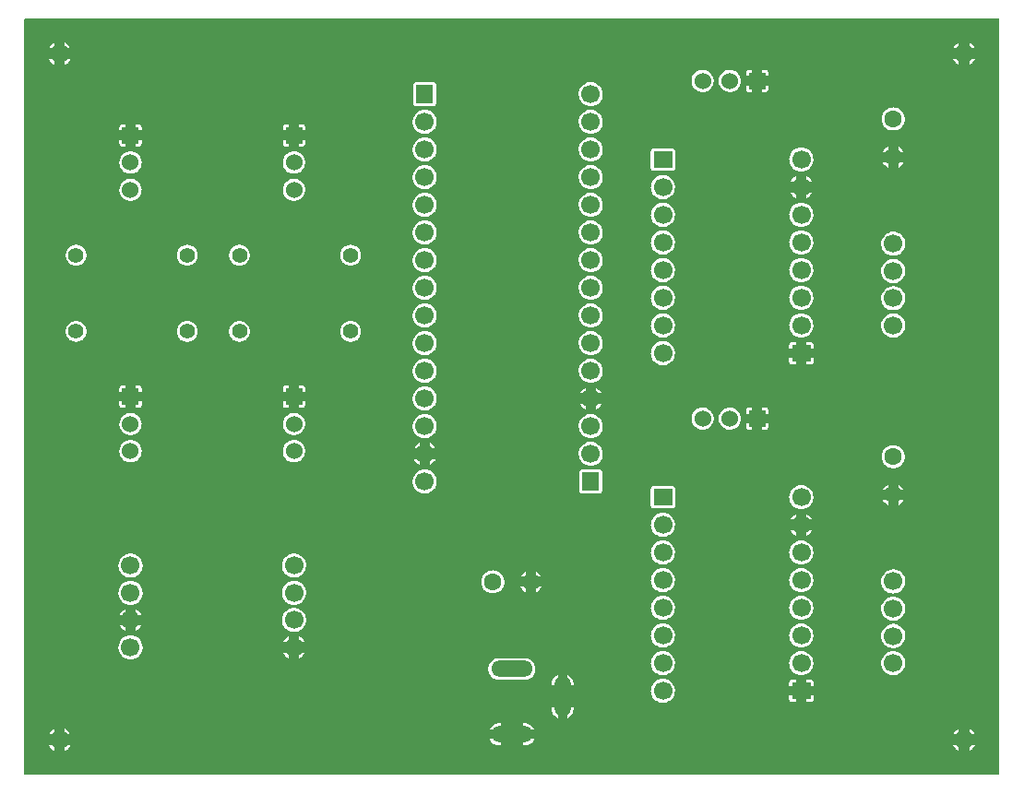
<source format=gbl>
G04 Layer: BottomLayer*
G04 EasyEDA v6.5.42, 2024-04-20 17:29:38*
G04 88c8a89ba0d84e72ac533820636c5c94,79741c9dc20a42bbb4667d943d95035a,10*
G04 Gerber Generator version 0.2*
G04 Scale: 100 percent, Rotated: No, Reflected: No *
G04 Dimensions in inches *
G04 leading zeros omitted , absolute positions ,3 integer and 6 decimal *
%FSLAX36Y36*%
%MOIN*%

%ADD10R,0.0600X0.0600*%
%ADD11C,0.0600*%
%ADD12C,0.0630*%
%ADD13C,0.0669*%
%ADD14O,0.059054999999999996X0.145669*%
%ADD15O,0.149606X0.059054999999999996*%
%ADD16R,0.0669X0.0620*%
%ADD17R,0.0620X0.0669*%
%ADD18C,0.0551*%
%ADD19C,0.0131*%

%LPD*%
G36*
X14200Y10200D02*
G01*
X12660Y10500D01*
X11379Y11379D01*
X10500Y12660D01*
X10200Y14200D01*
X10200Y2741700D01*
X10500Y2743240D01*
X11379Y2744520D01*
X12660Y2745400D01*
X14200Y2745700D01*
X3529100Y2745700D01*
X3530640Y2745400D01*
X3531920Y2744520D01*
X3532799Y2743240D01*
X3533100Y2741700D01*
X3533100Y14200D01*
X3532799Y12660D01*
X3531920Y11379D01*
X3530640Y10500D01*
X3529100Y10200D01*
G37*

%LPC*%
G36*
X157040Y98699D02*
G01*
X159220Y99760D01*
X163920Y102800D01*
X168160Y106440D01*
X171940Y110580D01*
X175140Y115160D01*
X176900Y118560D01*
X157040Y118560D01*
G37*
G36*
X118560Y98699D02*
G01*
X118560Y118560D01*
X98699Y118560D01*
X100460Y115160D01*
X103660Y110580D01*
X107420Y106440D01*
X111679Y102800D01*
X116380Y99760D01*
G37*
G36*
X3424740Y98699D02*
G01*
X3426940Y99760D01*
X3431620Y102800D01*
X3435880Y106440D01*
X3439640Y110580D01*
X3442840Y115160D01*
X3444620Y118560D01*
X3424740Y118560D01*
G37*
G36*
X3386280Y98699D02*
G01*
X3386280Y118560D01*
X3366400Y118560D01*
X3368180Y115160D01*
X3371380Y110580D01*
X3375140Y106440D01*
X3379400Y102800D01*
X3384080Y99760D01*
G37*
G36*
X1811560Y117780D02*
G01*
X1816800Y117780D01*
X1822100Y118120D01*
X1827200Y119140D01*
X1832120Y120800D01*
X1836780Y123100D01*
X1841100Y125980D01*
X1845020Y129420D01*
X1848440Y133320D01*
X1851320Y137640D01*
X1852600Y140240D01*
X1811560Y140240D01*
G37*
G36*
X1726500Y117780D02*
G01*
X1731740Y117780D01*
X1731740Y140240D01*
X1690700Y140240D01*
X1691980Y137640D01*
X1694860Y133320D01*
X1698280Y129420D01*
X1702200Y125980D01*
X1706519Y123100D01*
X1711180Y120800D01*
X1716100Y119140D01*
X1721200Y118120D01*
G37*
G36*
X3424740Y157020D02*
G01*
X3444640Y157020D01*
X3444220Y157980D01*
X3441320Y162780D01*
X3437820Y167140D01*
X3433800Y171040D01*
X3429320Y174380D01*
X3424740Y176960D01*
G37*
G36*
X157040Y157020D02*
G01*
X176920Y157020D01*
X176500Y157980D01*
X173600Y162780D01*
X170120Y167140D01*
X166100Y171040D01*
X161620Y174380D01*
X157040Y176960D01*
G37*
G36*
X98660Y157020D02*
G01*
X118560Y157020D01*
X118560Y176960D01*
X113980Y174380D01*
X109500Y171040D01*
X105480Y167140D01*
X102000Y162780D01*
X99100Y157980D01*
G37*
G36*
X3366380Y157020D02*
G01*
X3386280Y157020D01*
X3386280Y176960D01*
X3381700Y174380D01*
X3377200Y171040D01*
X3373200Y167140D01*
X3369700Y162780D01*
X3366800Y157980D01*
G37*
G36*
X1811560Y174760D02*
G01*
X1852600Y174760D01*
X1851320Y177360D01*
X1848440Y181680D01*
X1845020Y185580D01*
X1841100Y189020D01*
X1836780Y191900D01*
X1832120Y194200D01*
X1827200Y195859D01*
X1822100Y196880D01*
X1816800Y197220D01*
X1811560Y197220D01*
G37*
G36*
X1690700Y174760D02*
G01*
X1731740Y174760D01*
X1731740Y197220D01*
X1726500Y197220D01*
X1721200Y196880D01*
X1716100Y195859D01*
X1711180Y194200D01*
X1706519Y191900D01*
X1702200Y189020D01*
X1698280Y185580D01*
X1694860Y181680D01*
X1691980Y177360D01*
G37*
G36*
X1937460Y216300D02*
G01*
X1937460Y256380D01*
X1915000Y256380D01*
X1915000Y252120D01*
X1915340Y246800D01*
X1916360Y241700D01*
X1918020Y236780D01*
X1920320Y232120D01*
X1923200Y227800D01*
X1926639Y223900D01*
X1930540Y220479D01*
X1934860Y217580D01*
G37*
G36*
X1971980Y216300D02*
G01*
X1974580Y217580D01*
X1978899Y220479D01*
X1982800Y223900D01*
X1986240Y227800D01*
X1989120Y232120D01*
X1991420Y236780D01*
X1993080Y241700D01*
X1994100Y246800D01*
X1994440Y252120D01*
X1994440Y256380D01*
X1971980Y256380D01*
G37*
G36*
X2317240Y271300D02*
G01*
X2322820Y271660D01*
X2328320Y272720D01*
X2333620Y274500D01*
X2338660Y276920D01*
X2343360Y279960D01*
X2347620Y283600D01*
X2351380Y287740D01*
X2354580Y292320D01*
X2357160Y297280D01*
X2359100Y302540D01*
X2360340Y307980D01*
X2360880Y313560D01*
X2360700Y319140D01*
X2359800Y324680D01*
X2358220Y330040D01*
X2355940Y335140D01*
X2353040Y339940D01*
X2349560Y344300D01*
X2345540Y348200D01*
X2341060Y351540D01*
X2336180Y354280D01*
X2331000Y356380D01*
X2325580Y357800D01*
X2320040Y358519D01*
X2314440Y358519D01*
X2308900Y357800D01*
X2303480Y356380D01*
X2298300Y354280D01*
X2293420Y351540D01*
X2288940Y348200D01*
X2284920Y344300D01*
X2281440Y339940D01*
X2278540Y335140D01*
X2276280Y330040D01*
X2274680Y324680D01*
X2273780Y319140D01*
X2273600Y313560D01*
X2274140Y307980D01*
X2275400Y302540D01*
X2277320Y297280D01*
X2279900Y292320D01*
X2283120Y287740D01*
X2286880Y283600D01*
X2291140Y279960D01*
X2295820Y276920D01*
X2300860Y274500D01*
X2306160Y272720D01*
X2311660Y271660D01*
G37*
G36*
X2784000Y273760D02*
G01*
X2798000Y273760D01*
X2798000Y296960D01*
X2773580Y296960D01*
X2773580Y284180D01*
X2773860Y281700D01*
X2774600Y279540D01*
X2775820Y277620D01*
X2777440Y276000D01*
X2779360Y274800D01*
X2781520Y274040D01*
G37*
G36*
X2836480Y273760D02*
G01*
X2850480Y273760D01*
X2852960Y274040D01*
X2855120Y274800D01*
X2857040Y276000D01*
X2858660Y277620D01*
X2859880Y279540D01*
X2860620Y281700D01*
X2860899Y284180D01*
X2860899Y296960D01*
X2836480Y296960D01*
G37*
G36*
X2836480Y332960D02*
G01*
X2860899Y332960D01*
X2860899Y345740D01*
X2860620Y348220D01*
X2859880Y350379D01*
X2858660Y352299D01*
X2857040Y353920D01*
X2855120Y355120D01*
X2852960Y355880D01*
X2850480Y356160D01*
X2836480Y356160D01*
G37*
G36*
X2773580Y332960D02*
G01*
X2798000Y332960D01*
X2798000Y356160D01*
X2784000Y356160D01*
X2781520Y355880D01*
X2779360Y355120D01*
X2777440Y353920D01*
X2775820Y352299D01*
X2774600Y350379D01*
X2773860Y348220D01*
X2773580Y345740D01*
G37*
G36*
X1915000Y334200D02*
G01*
X1937460Y334200D01*
X1937460Y374280D01*
X1934860Y373000D01*
X1930540Y370100D01*
X1926639Y366680D01*
X1923200Y362780D01*
X1920320Y358459D01*
X1918020Y353800D01*
X1916360Y348880D01*
X1915340Y343780D01*
X1915000Y338459D01*
G37*
G36*
X1971980Y334200D02*
G01*
X1994440Y334200D01*
X1994440Y338459D01*
X1994100Y343780D01*
X1993080Y348880D01*
X1991420Y353800D01*
X1989120Y358459D01*
X1986240Y362780D01*
X1982800Y366680D01*
X1978899Y370100D01*
X1974580Y373000D01*
X1971980Y374280D01*
G37*
G36*
X1726500Y354000D02*
G01*
X1816800Y354000D01*
X1822100Y354340D01*
X1827200Y355360D01*
X1832120Y357020D01*
X1836780Y359320D01*
X1841100Y362200D01*
X1845020Y365640D01*
X1848440Y369540D01*
X1851320Y373860D01*
X1853620Y378519D01*
X1855300Y383440D01*
X1856300Y388540D01*
X1856639Y393720D01*
X1856300Y398900D01*
X1855300Y404000D01*
X1853620Y408920D01*
X1851320Y413579D01*
X1848440Y417900D01*
X1845020Y421800D01*
X1841100Y425240D01*
X1836780Y428120D01*
X1832120Y430420D01*
X1827200Y432080D01*
X1822100Y433100D01*
X1816800Y433440D01*
X1726500Y433440D01*
X1721200Y433100D01*
X1716100Y432080D01*
X1711180Y430420D01*
X1706519Y428120D01*
X1702200Y425240D01*
X1698280Y421800D01*
X1694860Y417900D01*
X1691980Y413579D01*
X1689680Y408920D01*
X1688000Y404000D01*
X1687000Y398900D01*
X1686660Y393720D01*
X1687000Y388540D01*
X1688000Y383440D01*
X1689680Y378519D01*
X1691980Y373860D01*
X1694860Y369540D01*
X1698280Y365640D01*
X1702200Y362200D01*
X1706519Y359320D01*
X1711180Y357020D01*
X1716100Y355360D01*
X1721200Y354340D01*
G37*
G36*
X3149600Y371300D02*
G01*
X3155179Y371659D01*
X3160680Y372740D01*
X3165980Y374500D01*
X3171019Y376920D01*
X3175720Y379980D01*
X3179980Y383600D01*
X3183740Y387740D01*
X3186940Y392320D01*
X3189520Y397280D01*
X3191460Y402540D01*
X3192700Y408000D01*
X3193240Y413560D01*
X3193060Y419159D01*
X3192160Y424680D01*
X3190580Y430040D01*
X3188300Y435160D01*
X3185400Y439940D01*
X3181920Y444320D01*
X3177900Y448200D01*
X3173420Y451540D01*
X3168540Y454300D01*
X3163360Y456400D01*
X3157940Y457819D01*
X3152400Y458519D01*
X3146800Y458519D01*
X3141259Y457819D01*
X3135840Y456400D01*
X3130659Y454300D01*
X3125779Y451540D01*
X3121300Y448200D01*
X3117280Y444320D01*
X3113800Y439940D01*
X3110899Y435160D01*
X3108639Y430040D01*
X3107040Y424680D01*
X3106139Y419159D01*
X3105980Y413560D01*
X3106500Y408000D01*
X3107760Y402540D01*
X3109680Y397280D01*
X3112280Y392320D01*
X3115480Y387740D01*
X3119240Y383600D01*
X3123500Y379980D01*
X3128180Y376920D01*
X3133220Y374500D01*
X3138540Y372740D01*
X3144020Y371659D01*
G37*
G36*
X2317240Y371300D02*
G01*
X2322820Y371659D01*
X2328320Y372720D01*
X2333620Y374500D01*
X2338660Y376920D01*
X2343360Y379960D01*
X2347620Y383600D01*
X2351380Y387740D01*
X2354580Y392320D01*
X2357160Y397280D01*
X2359100Y402540D01*
X2360340Y407980D01*
X2360880Y413560D01*
X2360700Y419140D01*
X2359800Y424680D01*
X2358220Y430040D01*
X2355940Y435140D01*
X2353040Y439940D01*
X2349560Y444300D01*
X2345540Y448200D01*
X2341060Y451540D01*
X2336180Y454280D01*
X2331000Y456380D01*
X2325580Y457800D01*
X2320040Y458519D01*
X2314440Y458519D01*
X2308900Y457800D01*
X2303480Y456380D01*
X2298300Y454280D01*
X2293420Y451540D01*
X2288940Y448200D01*
X2284920Y444300D01*
X2281440Y439940D01*
X2278540Y435140D01*
X2276280Y430040D01*
X2274680Y424680D01*
X2273780Y419140D01*
X2273600Y413560D01*
X2274140Y407980D01*
X2275400Y402540D01*
X2277320Y397280D01*
X2279900Y392320D01*
X2283120Y387740D01*
X2286880Y383600D01*
X2291140Y379960D01*
X2295820Y376920D01*
X2300860Y374500D01*
X2306160Y372720D01*
X2311660Y371659D01*
G37*
G36*
X2814440Y371400D02*
G01*
X2820040Y371400D01*
X2825580Y372100D01*
X2831000Y373519D01*
X2836180Y375620D01*
X2841060Y378380D01*
X2845539Y381719D01*
X2849560Y385600D01*
X2853039Y389980D01*
X2855940Y394760D01*
X2858220Y399880D01*
X2859800Y405240D01*
X2860700Y410760D01*
X2860880Y416360D01*
X2860340Y421920D01*
X2859100Y427380D01*
X2857160Y432640D01*
X2854580Y437600D01*
X2851380Y442180D01*
X2847620Y446320D01*
X2843360Y449940D01*
X2838660Y453000D01*
X2833620Y455420D01*
X2828320Y457180D01*
X2822820Y458260D01*
X2817240Y458620D01*
X2811660Y458260D01*
X2806160Y457180D01*
X2800860Y455420D01*
X2795820Y453000D01*
X2791120Y449940D01*
X2786860Y446320D01*
X2783100Y442180D01*
X2779900Y437600D01*
X2777320Y432640D01*
X2775380Y427380D01*
X2774140Y421920D01*
X2773600Y416360D01*
X2773780Y410760D01*
X2774680Y405240D01*
X2776280Y399880D01*
X2778540Y394760D01*
X2781440Y389980D01*
X2784920Y385600D01*
X2788940Y381719D01*
X2793420Y378380D01*
X2798300Y375620D01*
X2803480Y373519D01*
X2808900Y372100D01*
G37*
G36*
X390900Y428880D02*
G01*
X396500Y428880D01*
X402040Y429600D01*
X407460Y431000D01*
X412640Y433100D01*
X417520Y435860D01*
X422000Y439200D01*
X426019Y443100D01*
X429500Y447460D01*
X432400Y452239D01*
X434680Y457360D01*
X436260Y462720D01*
X437160Y468240D01*
X437340Y473840D01*
X436800Y479400D01*
X435560Y484860D01*
X433620Y490120D01*
X431040Y495080D01*
X427840Y499660D01*
X424080Y503800D01*
X419820Y507420D01*
X415120Y510480D01*
X410080Y512900D01*
X404780Y514680D01*
X399280Y515740D01*
X393700Y516100D01*
X388120Y515740D01*
X382620Y514680D01*
X377320Y512900D01*
X372280Y510480D01*
X367580Y507420D01*
X363320Y503800D01*
X359560Y499660D01*
X356360Y495080D01*
X353780Y490120D01*
X351840Y484860D01*
X350600Y479400D01*
X350060Y473840D01*
X350240Y468240D01*
X351140Y462720D01*
X352740Y457360D01*
X355000Y452239D01*
X357900Y447460D01*
X361380Y443100D01*
X365400Y439200D01*
X369880Y435860D01*
X374760Y433100D01*
X379940Y431000D01*
X385360Y429600D01*
G37*
G36*
X1003480Y433280D02*
G01*
X1008060Y435860D01*
X1012540Y439200D01*
X1016560Y443100D01*
X1020060Y447460D01*
X1022960Y452239D01*
X1023379Y453200D01*
X1003480Y453200D01*
G37*
G36*
X965020Y433280D02*
G01*
X965020Y453200D01*
X945120Y453200D01*
X945540Y452239D01*
X948439Y447460D01*
X951919Y443100D01*
X955939Y439200D01*
X960420Y435860D01*
G37*
G36*
X3149600Y469739D02*
G01*
X3155179Y470080D01*
X3160680Y471160D01*
X3165980Y472920D01*
X3171019Y475340D01*
X3175720Y478400D01*
X3179980Y482020D01*
X3183740Y486160D01*
X3186940Y490760D01*
X3189520Y495720D01*
X3191460Y500959D01*
X3192700Y506420D01*
X3193240Y511980D01*
X3193060Y517580D01*
X3192160Y523100D01*
X3190580Y528460D01*
X3188300Y533580D01*
X3185400Y538360D01*
X3181920Y542740D01*
X3177900Y546620D01*
X3173420Y549980D01*
X3168540Y552720D01*
X3163360Y554820D01*
X3157940Y556240D01*
X3152400Y556960D01*
X3146800Y556960D01*
X3141259Y556240D01*
X3135840Y554820D01*
X3130659Y552720D01*
X3125779Y549980D01*
X3121300Y546620D01*
X3117280Y542740D01*
X3113800Y538360D01*
X3110899Y533580D01*
X3108639Y528460D01*
X3107040Y523100D01*
X3106139Y517580D01*
X3105960Y511980D01*
X3106500Y506420D01*
X3107740Y500959D01*
X3109680Y495720D01*
X3112260Y490760D01*
X3115460Y486160D01*
X3119220Y482020D01*
X3123480Y478400D01*
X3128180Y475340D01*
X3133220Y472920D01*
X3138519Y471160D01*
X3144020Y470080D01*
G37*
G36*
X2317240Y471300D02*
G01*
X2322820Y471659D01*
X2328320Y472720D01*
X2333620Y474500D01*
X2338660Y476920D01*
X2343360Y479960D01*
X2347620Y483600D01*
X2351380Y487740D01*
X2354580Y492320D01*
X2357160Y497280D01*
X2359100Y502540D01*
X2360340Y507980D01*
X2360880Y513560D01*
X2360700Y519140D01*
X2359800Y524680D01*
X2358220Y530040D01*
X2355940Y535140D01*
X2353040Y539940D01*
X2349560Y544300D01*
X2345540Y548200D01*
X2341060Y551540D01*
X2336180Y554280D01*
X2331000Y556380D01*
X2325580Y557800D01*
X2320040Y558520D01*
X2314440Y558520D01*
X2308900Y557800D01*
X2303480Y556380D01*
X2298300Y554280D01*
X2293420Y551540D01*
X2288940Y548200D01*
X2284920Y544300D01*
X2281440Y539940D01*
X2278540Y535140D01*
X2276280Y530040D01*
X2274680Y524680D01*
X2273780Y519140D01*
X2273600Y513560D01*
X2274140Y507980D01*
X2275400Y502540D01*
X2277320Y497280D01*
X2279900Y492320D01*
X2283120Y487740D01*
X2286880Y483600D01*
X2291140Y479960D01*
X2295820Y476920D01*
X2300860Y474500D01*
X2306160Y472720D01*
X2311660Y471659D01*
G37*
G36*
X2814440Y471400D02*
G01*
X2820040Y471400D01*
X2825580Y472100D01*
X2831000Y473519D01*
X2836180Y475620D01*
X2841060Y478380D01*
X2845539Y481719D01*
X2849560Y485600D01*
X2853039Y489980D01*
X2855940Y494760D01*
X2858220Y499880D01*
X2859800Y505240D01*
X2860700Y510760D01*
X2860880Y516360D01*
X2860340Y521920D01*
X2859100Y527380D01*
X2857160Y532640D01*
X2854580Y537600D01*
X2851380Y542180D01*
X2847620Y546320D01*
X2843360Y549940D01*
X2838660Y553000D01*
X2833620Y555420D01*
X2828320Y557180D01*
X2822820Y558260D01*
X2817240Y558620D01*
X2811660Y558260D01*
X2806160Y557180D01*
X2800860Y555420D01*
X2795820Y553000D01*
X2791120Y549940D01*
X2786860Y546320D01*
X2783100Y542180D01*
X2779900Y537600D01*
X2777320Y532640D01*
X2775380Y527380D01*
X2774140Y521920D01*
X2773600Y516360D01*
X2773780Y510760D01*
X2774680Y505240D01*
X2776280Y499880D01*
X2778540Y494760D01*
X2781440Y489980D01*
X2784920Y485600D01*
X2788940Y481719D01*
X2793420Y478380D01*
X2798300Y475620D01*
X2803480Y473519D01*
X2808900Y472100D01*
G37*
G36*
X945140Y491680D02*
G01*
X965020Y491680D01*
X965020Y511540D01*
X962820Y510480D01*
X958139Y507420D01*
X953880Y503800D01*
X950120Y499660D01*
X946919Y495080D01*
G37*
G36*
X1003480Y491680D02*
G01*
X1023360Y491680D01*
X1021580Y495080D01*
X1018379Y499660D01*
X1014620Y503800D01*
X1010360Y507420D01*
X1005660Y510480D01*
X1003480Y511540D01*
G37*
G36*
X981460Y527300D02*
G01*
X987039Y527300D01*
X992600Y528020D01*
X998000Y529440D01*
X1003199Y531540D01*
X1008060Y534280D01*
X1012540Y537620D01*
X1016560Y541520D01*
X1020060Y545900D01*
X1022960Y550680D01*
X1025220Y555800D01*
X1026820Y561160D01*
X1027700Y566680D01*
X1027880Y572260D01*
X1027340Y577840D01*
X1026100Y583280D01*
X1024160Y588540D01*
X1021580Y593500D01*
X1018379Y598080D01*
X1014620Y602220D01*
X1010360Y605860D01*
X1005680Y608900D01*
X1000639Y611340D01*
X995320Y613100D01*
X989840Y614160D01*
X984260Y614520D01*
X978660Y614160D01*
X973180Y613100D01*
X967860Y611340D01*
X962820Y608900D01*
X958139Y605860D01*
X953880Y602220D01*
X950120Y598080D01*
X946919Y593500D01*
X944340Y588540D01*
X942400Y583280D01*
X941160Y577840D01*
X940620Y572260D01*
X940800Y566680D01*
X941680Y561160D01*
X943280Y555800D01*
X945540Y550680D01*
X948439Y545900D01*
X951940Y541520D01*
X955960Y537620D01*
X960440Y534280D01*
X965300Y531540D01*
X970500Y529440D01*
X975900Y528020D01*
G37*
G36*
X374460Y531700D02*
G01*
X374460Y551640D01*
X354560Y551640D01*
X355000Y550680D01*
X357900Y545900D01*
X361380Y541520D01*
X365400Y537620D01*
X369880Y534280D01*
G37*
G36*
X412939Y531700D02*
G01*
X417520Y534280D01*
X422000Y537620D01*
X426019Y541520D01*
X429500Y545900D01*
X432400Y550680D01*
X432840Y551640D01*
X412939Y551640D01*
G37*
G36*
X3149600Y568160D02*
G01*
X3155179Y568520D01*
X3160680Y569580D01*
X3165980Y571340D01*
X3171019Y573780D01*
X3175720Y576820D01*
X3179980Y580460D01*
X3183740Y584600D01*
X3186940Y589180D01*
X3189520Y594140D01*
X3191460Y599400D01*
X3192700Y604840D01*
X3193240Y610420D01*
X3193060Y616000D01*
X3192160Y621520D01*
X3190580Y626880D01*
X3188300Y632000D01*
X3185400Y636780D01*
X3181920Y641160D01*
X3177900Y645060D01*
X3173420Y648400D01*
X3168540Y651140D01*
X3163360Y653240D01*
X3157940Y654659D01*
X3152400Y655380D01*
X3146800Y655380D01*
X3141259Y654659D01*
X3135840Y653240D01*
X3130659Y651140D01*
X3125779Y648400D01*
X3121300Y645060D01*
X3117280Y641160D01*
X3113800Y636780D01*
X3110899Y632000D01*
X3108639Y626880D01*
X3107040Y621520D01*
X3106139Y616000D01*
X3105960Y610420D01*
X3106500Y604840D01*
X3107740Y599400D01*
X3109680Y594140D01*
X3112260Y589180D01*
X3115460Y584600D01*
X3119220Y580460D01*
X3123480Y576820D01*
X3128180Y573780D01*
X3133220Y571340D01*
X3138519Y569580D01*
X3144020Y568520D01*
G37*
G36*
X2317240Y571300D02*
G01*
X2322820Y571660D01*
X2328320Y572720D01*
X2333620Y574500D01*
X2338660Y576920D01*
X2343360Y579960D01*
X2347620Y583600D01*
X2351380Y587740D01*
X2354580Y592320D01*
X2357160Y597280D01*
X2359100Y602540D01*
X2360340Y607980D01*
X2360880Y613560D01*
X2360700Y619140D01*
X2359800Y624680D01*
X2358220Y630040D01*
X2355940Y635140D01*
X2353040Y639940D01*
X2349560Y644300D01*
X2345540Y648199D01*
X2341060Y651540D01*
X2336180Y654280D01*
X2331000Y656380D01*
X2325580Y657800D01*
X2320040Y658520D01*
X2314440Y658520D01*
X2308900Y657800D01*
X2303480Y656380D01*
X2298300Y654280D01*
X2293420Y651540D01*
X2288940Y648199D01*
X2284920Y644300D01*
X2281440Y639940D01*
X2278540Y635140D01*
X2276280Y630040D01*
X2274680Y624680D01*
X2273780Y619140D01*
X2273600Y613560D01*
X2274140Y607980D01*
X2275400Y602540D01*
X2277320Y597280D01*
X2279900Y592320D01*
X2283120Y587740D01*
X2286880Y583600D01*
X2291140Y579960D01*
X2295820Y576920D01*
X2300860Y574500D01*
X2306160Y572720D01*
X2311660Y571660D01*
G37*
G36*
X2814440Y571400D02*
G01*
X2820040Y571400D01*
X2825580Y572100D01*
X2831000Y573520D01*
X2836180Y575620D01*
X2841060Y578380D01*
X2845539Y581720D01*
X2849560Y585600D01*
X2853039Y589980D01*
X2855940Y594760D01*
X2858220Y599880D01*
X2859800Y605240D01*
X2860700Y610760D01*
X2860880Y616360D01*
X2860340Y621920D01*
X2859100Y627380D01*
X2857160Y632640D01*
X2854580Y637600D01*
X2851380Y642180D01*
X2847620Y646320D01*
X2843360Y649940D01*
X2838660Y653000D01*
X2833620Y655420D01*
X2828320Y657180D01*
X2822820Y658259D01*
X2817240Y658620D01*
X2811660Y658259D01*
X2806160Y657180D01*
X2800860Y655420D01*
X2795820Y653000D01*
X2791120Y649940D01*
X2786860Y646320D01*
X2783100Y642180D01*
X2779900Y637600D01*
X2777320Y632640D01*
X2775380Y627380D01*
X2774140Y621920D01*
X2773600Y616360D01*
X2773780Y610760D01*
X2774680Y605240D01*
X2776280Y599880D01*
X2778540Y594760D01*
X2781440Y589980D01*
X2784920Y585600D01*
X2788940Y581720D01*
X2793420Y578380D01*
X2798300Y575620D01*
X2803480Y573520D01*
X2808900Y572100D01*
G37*
G36*
X412939Y590100D02*
G01*
X432800Y590100D01*
X431040Y593500D01*
X427840Y598080D01*
X424080Y602220D01*
X419820Y605860D01*
X415120Y608900D01*
X412939Y609960D01*
G37*
G36*
X354600Y590100D02*
G01*
X374460Y590100D01*
X374460Y609960D01*
X372280Y608900D01*
X367580Y605860D01*
X363320Y602220D01*
X359560Y598080D01*
X356360Y593500D01*
G37*
G36*
X390900Y625720D02*
G01*
X396500Y625720D01*
X402040Y626440D01*
X407460Y627860D01*
X412640Y629960D01*
X417520Y632700D01*
X422000Y636060D01*
X426019Y639940D01*
X429500Y644320D01*
X432400Y649100D01*
X434680Y654220D01*
X436260Y659580D01*
X437160Y665100D01*
X437340Y670699D01*
X436800Y676260D01*
X435560Y681720D01*
X433620Y686960D01*
X431040Y691919D01*
X427840Y696520D01*
X424080Y700660D01*
X419820Y704280D01*
X415120Y707340D01*
X410080Y709760D01*
X404780Y711520D01*
X399280Y712600D01*
X393700Y712940D01*
X388120Y712600D01*
X382620Y711520D01*
X377320Y709760D01*
X372280Y707340D01*
X367580Y704280D01*
X363320Y700660D01*
X359560Y696520D01*
X356360Y691919D01*
X353780Y686960D01*
X351840Y681720D01*
X350600Y676260D01*
X350060Y670699D01*
X350240Y665100D01*
X351140Y659580D01*
X352740Y654220D01*
X355000Y649100D01*
X357900Y644320D01*
X361380Y639940D01*
X365400Y636060D01*
X369880Y632700D01*
X374760Y629960D01*
X379940Y627860D01*
X385360Y626440D01*
G37*
G36*
X981460Y625720D02*
G01*
X987039Y625720D01*
X992600Y626440D01*
X998000Y627860D01*
X1003199Y629960D01*
X1008060Y632700D01*
X1012540Y636060D01*
X1016560Y639940D01*
X1020060Y644320D01*
X1022960Y649100D01*
X1025220Y654220D01*
X1026820Y659580D01*
X1027700Y665100D01*
X1027880Y670699D01*
X1027340Y676260D01*
X1026100Y681720D01*
X1024160Y686960D01*
X1021580Y691919D01*
X1018379Y696520D01*
X1014620Y700660D01*
X1010360Y704280D01*
X1005680Y707340D01*
X1000639Y709760D01*
X995320Y711520D01*
X989840Y712600D01*
X984260Y712940D01*
X978660Y712600D01*
X973180Y711520D01*
X967860Y709760D01*
X962820Y707340D01*
X958139Y704280D01*
X953880Y700660D01*
X950120Y696520D01*
X946919Y691919D01*
X944340Y686960D01*
X942400Y681720D01*
X941160Y676260D01*
X940620Y670699D01*
X940800Y665100D01*
X941680Y659580D01*
X943280Y654220D01*
X945540Y649100D01*
X948439Y644320D01*
X951940Y639940D01*
X955960Y636060D01*
X960440Y632700D01*
X965300Y629960D01*
X970500Y627860D01*
X975900Y626440D01*
G37*
G36*
X3149600Y666580D02*
G01*
X3155179Y666940D01*
X3160680Y668000D01*
X3165980Y669780D01*
X3171019Y672200D01*
X3175720Y675260D01*
X3179980Y678880D01*
X3183740Y683020D01*
X3186940Y687600D01*
X3189520Y692560D01*
X3191460Y697820D01*
X3192700Y703280D01*
X3193240Y708840D01*
X3193060Y714419D01*
X3192160Y719960D01*
X3190580Y725320D01*
X3188300Y730440D01*
X3185400Y735220D01*
X3181920Y739580D01*
X3177900Y743480D01*
X3173420Y746820D01*
X3168540Y749580D01*
X3163360Y751680D01*
X3157940Y753080D01*
X3152400Y753800D01*
X3146800Y753800D01*
X3141259Y753080D01*
X3135840Y751680D01*
X3130659Y749580D01*
X3125779Y746820D01*
X3121300Y743480D01*
X3117280Y739580D01*
X3113800Y735220D01*
X3110899Y730440D01*
X3108639Y725320D01*
X3107040Y719960D01*
X3106139Y714419D01*
X3105960Y708840D01*
X3106500Y703280D01*
X3107740Y697820D01*
X3109680Y692560D01*
X3112260Y687600D01*
X3115460Y683020D01*
X3119220Y678880D01*
X3123480Y675260D01*
X3128180Y672200D01*
X3133220Y669780D01*
X3138519Y668000D01*
X3144020Y666940D01*
G37*
G36*
X1702740Y666979D02*
G01*
X1708200Y667320D01*
X1713540Y668400D01*
X1718700Y670140D01*
X1723600Y672560D01*
X1728120Y675580D01*
X1732220Y679180D01*
X1735820Y683280D01*
X1738860Y687820D01*
X1741260Y692700D01*
X1743020Y697880D01*
X1744079Y703220D01*
X1744440Y708660D01*
X1744079Y714100D01*
X1743020Y719440D01*
X1741260Y724620D01*
X1738860Y729500D01*
X1735820Y734040D01*
X1732220Y738139D01*
X1728120Y741740D01*
X1723600Y744760D01*
X1718700Y747180D01*
X1713540Y748920D01*
X1708200Y750000D01*
X1702740Y750340D01*
X1697300Y750000D01*
X1691960Y748920D01*
X1686800Y747180D01*
X1681900Y744760D01*
X1677380Y741740D01*
X1673280Y738139D01*
X1669680Y734040D01*
X1666639Y729500D01*
X1664240Y724620D01*
X1662480Y719440D01*
X1661420Y714100D01*
X1661060Y708660D01*
X1661420Y703220D01*
X1662480Y697880D01*
X1664240Y692700D01*
X1666639Y687820D01*
X1669680Y683280D01*
X1673280Y679180D01*
X1677380Y675580D01*
X1681900Y672560D01*
X1686800Y670140D01*
X1691960Y668400D01*
X1697300Y667320D01*
G37*
G36*
X1822300Y671280D02*
G01*
X1822300Y690420D01*
X1803160Y690420D01*
X1804440Y687820D01*
X1807480Y683280D01*
X1811080Y679180D01*
X1815180Y675580D01*
X1819700Y672560D01*
G37*
G36*
X1858800Y671280D02*
G01*
X1861399Y672560D01*
X1865920Y675580D01*
X1870020Y679180D01*
X1873620Y683280D01*
X1876660Y687820D01*
X1877940Y690420D01*
X1858800Y690420D01*
G37*
G36*
X2317240Y671300D02*
G01*
X2322820Y671660D01*
X2328320Y672720D01*
X2333620Y674500D01*
X2338660Y676919D01*
X2343360Y679960D01*
X2347620Y683600D01*
X2351380Y687740D01*
X2354580Y692320D01*
X2357160Y697280D01*
X2359100Y702540D01*
X2360340Y707980D01*
X2360880Y713560D01*
X2360700Y719140D01*
X2359800Y724680D01*
X2358220Y730040D01*
X2355940Y735140D01*
X2353040Y739940D01*
X2349560Y744300D01*
X2345540Y748199D01*
X2341060Y751540D01*
X2336180Y754280D01*
X2331000Y756380D01*
X2325580Y757800D01*
X2320040Y758520D01*
X2314440Y758520D01*
X2308900Y757800D01*
X2303480Y756380D01*
X2298300Y754280D01*
X2293420Y751540D01*
X2288940Y748199D01*
X2284920Y744300D01*
X2281440Y739940D01*
X2278540Y735140D01*
X2276280Y730040D01*
X2274680Y724680D01*
X2273780Y719140D01*
X2273600Y713560D01*
X2274140Y707980D01*
X2275400Y702540D01*
X2277320Y697280D01*
X2279900Y692320D01*
X2283120Y687740D01*
X2286880Y683600D01*
X2291140Y679960D01*
X2295820Y676919D01*
X2300860Y674500D01*
X2306160Y672720D01*
X2311660Y671660D01*
G37*
G36*
X2814440Y671400D02*
G01*
X2820040Y671400D01*
X2825580Y672099D01*
X2831000Y673520D01*
X2836180Y675620D01*
X2841060Y678379D01*
X2845539Y681720D01*
X2849560Y685600D01*
X2853039Y689980D01*
X2855940Y694760D01*
X2858220Y699880D01*
X2859800Y705240D01*
X2860700Y710759D01*
X2860880Y716360D01*
X2860340Y721919D01*
X2859100Y727380D01*
X2857160Y732640D01*
X2854580Y737600D01*
X2851380Y742180D01*
X2847620Y746320D01*
X2843360Y749940D01*
X2838660Y753000D01*
X2833620Y755420D01*
X2828320Y757180D01*
X2822820Y758259D01*
X2817240Y758620D01*
X2811660Y758259D01*
X2806160Y757180D01*
X2800860Y755420D01*
X2795820Y753000D01*
X2791120Y749940D01*
X2786860Y746320D01*
X2783100Y742180D01*
X2779900Y737600D01*
X2777320Y732640D01*
X2775380Y727380D01*
X2774140Y721919D01*
X2773600Y716360D01*
X2773780Y710759D01*
X2774680Y705240D01*
X2776280Y699880D01*
X2778540Y694760D01*
X2781440Y689980D01*
X2784920Y685600D01*
X2788940Y681720D01*
X2793420Y678379D01*
X2798300Y675620D01*
X2803480Y673520D01*
X2808900Y672099D01*
G37*
G36*
X390900Y724160D02*
G01*
X396500Y724160D01*
X402040Y724860D01*
X407460Y726280D01*
X412640Y728379D01*
X417520Y731140D01*
X422000Y734479D01*
X426019Y738360D01*
X429500Y742740D01*
X432400Y747520D01*
X434680Y752640D01*
X436260Y758000D01*
X437160Y763520D01*
X437340Y769120D01*
X436800Y774680D01*
X435560Y780140D01*
X433620Y785380D01*
X431040Y790340D01*
X427840Y794940D01*
X424080Y799080D01*
X419820Y802700D01*
X415120Y805759D01*
X410080Y808180D01*
X404780Y809940D01*
X399280Y811020D01*
X393700Y811380D01*
X388120Y811020D01*
X382620Y809940D01*
X377320Y808180D01*
X372280Y805759D01*
X367580Y802700D01*
X363320Y799080D01*
X359560Y794940D01*
X356360Y790340D01*
X353780Y785380D01*
X351840Y780140D01*
X350600Y774680D01*
X350060Y769120D01*
X350240Y763520D01*
X351140Y758000D01*
X352740Y752640D01*
X355000Y747520D01*
X357900Y742740D01*
X361380Y738360D01*
X365400Y734479D01*
X369880Y731140D01*
X374760Y728379D01*
X379940Y726280D01*
X385360Y724860D01*
G37*
G36*
X981460Y724160D02*
G01*
X987039Y724160D01*
X992600Y724860D01*
X998000Y726280D01*
X1003199Y728379D01*
X1008060Y731140D01*
X1012540Y734479D01*
X1016560Y738360D01*
X1020060Y742740D01*
X1022960Y747520D01*
X1025220Y752640D01*
X1026820Y758000D01*
X1027700Y763520D01*
X1027880Y769120D01*
X1027340Y774680D01*
X1026100Y780140D01*
X1024160Y785380D01*
X1021580Y790340D01*
X1018379Y794940D01*
X1014620Y799080D01*
X1010360Y802700D01*
X1005680Y805759D01*
X1000639Y808180D01*
X995320Y809940D01*
X989840Y811020D01*
X984260Y811380D01*
X978660Y811020D01*
X973180Y809940D01*
X967860Y808180D01*
X962820Y805759D01*
X958139Y802700D01*
X953880Y799080D01*
X950120Y794940D01*
X946919Y790340D01*
X944340Y785380D01*
X942400Y780140D01*
X941160Y774680D01*
X940620Y769120D01*
X940800Y763520D01*
X941680Y758000D01*
X943280Y752640D01*
X945540Y747520D01*
X948439Y742740D01*
X951940Y738360D01*
X955960Y734479D01*
X960440Y731140D01*
X965300Y728379D01*
X970500Y726280D01*
X975900Y724860D01*
G37*
G36*
X1803160Y726900D02*
G01*
X1822300Y726900D01*
X1822300Y746040D01*
X1819700Y744760D01*
X1815180Y741740D01*
X1811080Y738139D01*
X1807480Y734040D01*
X1804440Y729500D01*
G37*
G36*
X1858800Y726900D02*
G01*
X1877940Y726900D01*
X1876660Y729500D01*
X1873620Y734040D01*
X1870020Y738139D01*
X1865920Y741740D01*
X1861399Y744760D01*
X1858800Y746040D01*
G37*
G36*
X2317240Y771300D02*
G01*
X2322820Y771660D01*
X2328320Y772720D01*
X2333620Y774500D01*
X2338660Y776919D01*
X2343360Y779960D01*
X2347620Y783600D01*
X2351380Y787740D01*
X2354580Y792320D01*
X2357160Y797280D01*
X2359100Y802540D01*
X2360340Y807980D01*
X2360880Y813560D01*
X2360700Y819140D01*
X2359800Y824680D01*
X2358220Y830040D01*
X2355940Y835140D01*
X2353040Y839940D01*
X2349560Y844300D01*
X2345540Y848199D01*
X2341060Y851540D01*
X2336180Y854280D01*
X2331000Y856380D01*
X2325580Y857800D01*
X2320040Y858520D01*
X2314440Y858520D01*
X2308900Y857800D01*
X2303480Y856380D01*
X2298300Y854280D01*
X2293420Y851540D01*
X2288940Y848199D01*
X2284920Y844300D01*
X2281440Y839940D01*
X2278540Y835140D01*
X2276280Y830040D01*
X2274680Y824680D01*
X2273780Y819140D01*
X2273600Y813560D01*
X2274140Y807980D01*
X2275400Y802540D01*
X2277320Y797280D01*
X2279900Y792320D01*
X2283120Y787740D01*
X2286880Y783600D01*
X2291140Y779960D01*
X2295820Y776919D01*
X2300860Y774500D01*
X2306160Y772720D01*
X2311660Y771660D01*
G37*
G36*
X2814440Y771400D02*
G01*
X2820040Y771400D01*
X2825580Y772099D01*
X2831000Y773520D01*
X2836180Y775620D01*
X2841060Y778379D01*
X2845539Y781720D01*
X2849560Y785600D01*
X2853039Y789980D01*
X2855940Y794760D01*
X2858220Y799880D01*
X2859800Y805240D01*
X2860700Y810759D01*
X2860880Y816360D01*
X2860340Y821919D01*
X2859100Y827380D01*
X2857160Y832640D01*
X2854580Y837600D01*
X2851380Y842180D01*
X2847620Y846320D01*
X2843360Y849940D01*
X2838660Y853000D01*
X2833620Y855420D01*
X2828320Y857180D01*
X2822820Y858259D01*
X2817240Y858620D01*
X2811660Y858259D01*
X2806160Y857180D01*
X2800860Y855420D01*
X2795820Y853000D01*
X2791120Y849940D01*
X2786860Y846320D01*
X2783100Y842180D01*
X2779900Y837600D01*
X2777320Y832640D01*
X2775380Y827380D01*
X2774140Y821919D01*
X2773600Y816360D01*
X2773780Y810759D01*
X2774680Y805240D01*
X2776280Y799880D01*
X2778540Y794760D01*
X2781440Y789980D01*
X2784920Y785600D01*
X2788940Y781720D01*
X2793420Y778379D01*
X2798300Y775620D01*
X2803480Y773520D01*
X2808900Y772099D01*
G37*
G36*
X2317240Y871300D02*
G01*
X2322820Y871660D01*
X2328320Y872720D01*
X2333620Y874500D01*
X2338660Y876919D01*
X2343360Y879960D01*
X2347620Y883600D01*
X2351380Y887740D01*
X2354580Y892320D01*
X2357160Y897280D01*
X2359100Y902540D01*
X2360340Y907980D01*
X2360880Y913560D01*
X2360700Y919140D01*
X2359800Y924680D01*
X2358220Y930040D01*
X2355940Y935140D01*
X2353040Y939940D01*
X2349560Y944300D01*
X2345540Y948199D01*
X2341060Y951540D01*
X2336180Y954280D01*
X2331000Y956380D01*
X2325580Y957800D01*
X2320040Y958520D01*
X2314440Y958520D01*
X2308900Y957800D01*
X2303480Y956380D01*
X2298300Y954280D01*
X2293420Y951540D01*
X2288940Y948199D01*
X2284920Y944300D01*
X2281440Y939940D01*
X2278540Y935140D01*
X2276280Y930040D01*
X2274680Y924680D01*
X2273780Y919140D01*
X2273600Y913560D01*
X2274140Y907980D01*
X2275400Y902540D01*
X2277320Y897280D01*
X2279900Y892320D01*
X2283120Y887740D01*
X2286880Y883600D01*
X2291140Y879960D01*
X2295820Y876919D01*
X2300860Y874500D01*
X2306160Y872720D01*
X2311660Y871660D01*
G37*
G36*
X2798000Y875800D02*
G01*
X2798000Y895720D01*
X2778100Y895720D01*
X2778540Y894760D01*
X2781440Y889980D01*
X2784920Y885600D01*
X2788940Y881720D01*
X2793420Y878379D01*
G37*
G36*
X2836480Y875800D02*
G01*
X2841060Y878379D01*
X2845539Y881720D01*
X2849560Y885600D01*
X2853039Y889980D01*
X2855940Y894760D01*
X2856380Y895720D01*
X2836480Y895720D01*
G37*
G36*
X2778140Y934200D02*
G01*
X2798000Y934200D01*
X2798000Y954060D01*
X2795820Y953000D01*
X2791120Y949940D01*
X2786860Y946320D01*
X2783100Y942180D01*
X2779900Y937600D01*
G37*
G36*
X2836480Y934200D02*
G01*
X2856340Y934200D01*
X2854580Y937600D01*
X2851380Y942180D01*
X2847620Y946320D01*
X2843360Y949940D01*
X2838660Y953000D01*
X2836480Y954060D01*
G37*
G36*
X2814440Y971400D02*
G01*
X2820040Y971400D01*
X2825580Y972099D01*
X2831000Y973520D01*
X2836180Y975620D01*
X2841060Y978379D01*
X2845539Y981720D01*
X2849560Y985600D01*
X2853039Y989980D01*
X2855940Y994760D01*
X2858220Y999880D01*
X2859800Y1005240D01*
X2860700Y1010759D01*
X2860880Y1016360D01*
X2860340Y1021919D01*
X2859100Y1027380D01*
X2857160Y1032640D01*
X2854580Y1037600D01*
X2851380Y1042180D01*
X2847620Y1046320D01*
X2843360Y1049940D01*
X2838660Y1053000D01*
X2833620Y1055420D01*
X2828320Y1057180D01*
X2822820Y1058260D01*
X2817240Y1058620D01*
X2811660Y1058260D01*
X2806160Y1057180D01*
X2800860Y1055420D01*
X2795820Y1053000D01*
X2791120Y1049940D01*
X2786860Y1046320D01*
X2783100Y1042180D01*
X2779900Y1037600D01*
X2777320Y1032640D01*
X2775380Y1027380D01*
X2774140Y1021919D01*
X2773600Y1016360D01*
X2773780Y1010759D01*
X2774680Y1005240D01*
X2776280Y999880D01*
X2778540Y994760D01*
X2781440Y989980D01*
X2784920Y985600D01*
X2788940Y981720D01*
X2793420Y978379D01*
X2798300Y975620D01*
X2803480Y973520D01*
X2808900Y972099D01*
G37*
G36*
X2284000Y973760D02*
G01*
X2350480Y973760D01*
X2352960Y974040D01*
X2355120Y974800D01*
X2357040Y976000D01*
X2358660Y977620D01*
X2359880Y979539D01*
X2360620Y981700D01*
X2360900Y984180D01*
X2360900Y1045740D01*
X2360620Y1048220D01*
X2359880Y1050380D01*
X2358660Y1052300D01*
X2357040Y1053920D01*
X2355120Y1055120D01*
X2352960Y1055880D01*
X2350480Y1056160D01*
X2284000Y1056160D01*
X2281520Y1055880D01*
X2279360Y1055120D01*
X2277440Y1053920D01*
X2275820Y1052300D01*
X2274600Y1050380D01*
X2273860Y1048220D01*
X2273580Y1045740D01*
X2273580Y984180D01*
X2273860Y981700D01*
X2274600Y979539D01*
X2275820Y977620D01*
X2277440Y976000D01*
X2279360Y974800D01*
X2281520Y974040D01*
G37*
G36*
X3131360Y986240D02*
G01*
X3131360Y1005380D01*
X3112220Y1005380D01*
X3113500Y1002780D01*
X3116520Y998240D01*
X3120120Y994140D01*
X3124220Y990540D01*
X3128759Y987520D01*
G37*
G36*
X3167840Y986240D02*
G01*
X3170440Y987520D01*
X3174980Y990540D01*
X3179080Y994140D01*
X3182679Y998240D01*
X3185700Y1002780D01*
X3186980Y1005380D01*
X3167840Y1005380D01*
G37*
G36*
X2025920Y1027980D02*
G01*
X2087460Y1027980D01*
X2089960Y1028259D01*
X2092100Y1029020D01*
X2094040Y1030240D01*
X2095640Y1031840D01*
X2096860Y1033780D01*
X2097600Y1035920D01*
X2097900Y1038420D01*
X2097900Y1104880D01*
X2097600Y1107380D01*
X2096860Y1109520D01*
X2095640Y1111460D01*
X2094040Y1113060D01*
X2092100Y1114280D01*
X2089960Y1115040D01*
X2087460Y1115320D01*
X2025920Y1115320D01*
X2023420Y1115040D01*
X2021279Y1114280D01*
X2019340Y1113060D01*
X2017740Y1111460D01*
X2016519Y1109520D01*
X2015780Y1107380D01*
X2015500Y1104880D01*
X2015500Y1038420D01*
X2015780Y1035920D01*
X2016519Y1033780D01*
X2017740Y1031840D01*
X2019340Y1030240D01*
X2021279Y1029020D01*
X2023420Y1028259D01*
G37*
G36*
X1456699Y1028000D02*
G01*
X1462280Y1028360D01*
X1467760Y1029419D01*
X1473080Y1031180D01*
X1478120Y1033620D01*
X1482800Y1036660D01*
X1487060Y1040280D01*
X1490820Y1044440D01*
X1494019Y1049020D01*
X1496600Y1053980D01*
X1498540Y1059220D01*
X1499780Y1064680D01*
X1500320Y1070260D01*
X1500140Y1075840D01*
X1499259Y1081360D01*
X1497660Y1086720D01*
X1495400Y1091840D01*
X1492500Y1096620D01*
X1489000Y1101000D01*
X1484980Y1104900D01*
X1480500Y1108240D01*
X1475640Y1110980D01*
X1470440Y1113080D01*
X1465040Y1114500D01*
X1459480Y1115220D01*
X1453899Y1115220D01*
X1448340Y1114500D01*
X1442940Y1113080D01*
X1437740Y1110980D01*
X1432880Y1108240D01*
X1428400Y1104900D01*
X1424379Y1101000D01*
X1420880Y1096620D01*
X1417980Y1091840D01*
X1415720Y1086720D01*
X1414120Y1081360D01*
X1413240Y1075840D01*
X1413060Y1070260D01*
X1413600Y1064680D01*
X1414840Y1059220D01*
X1416780Y1053980D01*
X1419360Y1049020D01*
X1422560Y1044440D01*
X1426320Y1040280D01*
X1430580Y1036660D01*
X1435260Y1033620D01*
X1440300Y1031180D01*
X1445620Y1029419D01*
X1451100Y1028360D01*
G37*
G36*
X3167840Y1041860D02*
G01*
X3186980Y1041860D01*
X3185700Y1044460D01*
X3182679Y1049000D01*
X3179080Y1053100D01*
X3174980Y1056700D01*
X3170440Y1059720D01*
X3167840Y1061000D01*
G37*
G36*
X3112220Y1041860D02*
G01*
X3131360Y1041860D01*
X3131360Y1061000D01*
X3128759Y1059720D01*
X3124220Y1056700D01*
X3120120Y1053100D01*
X3116520Y1049000D01*
X3113500Y1044460D01*
G37*
G36*
X3149600Y1119740D02*
G01*
X3155040Y1120080D01*
X3160380Y1121160D01*
X3165560Y1122900D01*
X3170440Y1125320D01*
X3174980Y1128340D01*
X3179080Y1131940D01*
X3182679Y1136040D01*
X3185700Y1140580D01*
X3188120Y1145460D01*
X3189860Y1150640D01*
X3190940Y1155980D01*
X3191280Y1161420D01*
X3190940Y1166860D01*
X3189860Y1172200D01*
X3188120Y1177380D01*
X3185700Y1182260D01*
X3182679Y1186800D01*
X3179080Y1190900D01*
X3174980Y1194500D01*
X3170440Y1197520D01*
X3165560Y1199940D01*
X3160380Y1201680D01*
X3155040Y1202760D01*
X3149600Y1203100D01*
X3144160Y1202760D01*
X3138820Y1201680D01*
X3133639Y1199940D01*
X3128759Y1197520D01*
X3124220Y1194500D01*
X3120120Y1190900D01*
X3116520Y1186800D01*
X3113500Y1182260D01*
X3111080Y1177380D01*
X3109340Y1172200D01*
X3108260Y1166860D01*
X3107919Y1161420D01*
X3108260Y1155980D01*
X3109340Y1150640D01*
X3111080Y1145460D01*
X3113500Y1140580D01*
X3116520Y1136040D01*
X3120120Y1131940D01*
X3124220Y1128340D01*
X3128759Y1125320D01*
X3133639Y1122900D01*
X3138820Y1121160D01*
X3144160Y1120080D01*
G37*
G36*
X2053899Y1128080D02*
G01*
X2059480Y1128080D01*
X2065040Y1128800D01*
X2070440Y1130220D01*
X2075640Y1132320D01*
X2080500Y1135060D01*
X2084980Y1138400D01*
X2089000Y1142300D01*
X2092500Y1146680D01*
X2095400Y1151460D01*
X2097660Y1156580D01*
X2099260Y1161940D01*
X2100140Y1167460D01*
X2100320Y1173040D01*
X2099780Y1178620D01*
X2098540Y1184080D01*
X2096600Y1189320D01*
X2094019Y1194280D01*
X2090820Y1198860D01*
X2087060Y1203020D01*
X2082800Y1206640D01*
X2078120Y1209680D01*
X2073080Y1212120D01*
X2067760Y1213880D01*
X2062280Y1214940D01*
X2056699Y1215300D01*
X2051100Y1214940D01*
X2045620Y1213880D01*
X2040300Y1212120D01*
X2035260Y1209680D01*
X2030580Y1206640D01*
X2026320Y1203020D01*
X2022560Y1198860D01*
X2019360Y1194280D01*
X2016780Y1189320D01*
X2014840Y1184080D01*
X2013600Y1178620D01*
X2013060Y1173040D01*
X2013240Y1167460D01*
X2014120Y1161940D01*
X2015720Y1156580D01*
X2017980Y1151460D01*
X2020880Y1146680D01*
X2024379Y1142300D01*
X2028400Y1138400D01*
X2032880Y1135060D01*
X2037740Y1132320D01*
X2042940Y1130220D01*
X2048340Y1128800D01*
G37*
G36*
X1437460Y1132560D02*
G01*
X1437460Y1152420D01*
X1417580Y1152420D01*
X1419360Y1149020D01*
X1422560Y1144440D01*
X1426320Y1140280D01*
X1430580Y1136660D01*
X1435260Y1133620D01*
G37*
G36*
X1475920Y1132560D02*
G01*
X1478120Y1133620D01*
X1482800Y1136660D01*
X1487060Y1140280D01*
X1490820Y1144440D01*
X1494019Y1149020D01*
X1495800Y1152420D01*
X1475920Y1152420D01*
G37*
G36*
X984260Y1140920D02*
G01*
X989599Y1141280D01*
X994860Y1142340D01*
X999940Y1144100D01*
X1004740Y1146520D01*
X1009160Y1149560D01*
X1013139Y1153160D01*
X1016600Y1157260D01*
X1019500Y1161780D01*
X1021760Y1166660D01*
X1023340Y1171780D01*
X1024240Y1177080D01*
X1024419Y1182440D01*
X1023880Y1187780D01*
X1022640Y1193020D01*
X1020699Y1198020D01*
X1018120Y1202740D01*
X1014940Y1207060D01*
X1011200Y1210920D01*
X1007000Y1214240D01*
X1002380Y1216980D01*
X997440Y1219080D01*
X992260Y1220500D01*
X986940Y1221200D01*
X981560Y1221200D01*
X976240Y1220500D01*
X971060Y1219080D01*
X966120Y1216980D01*
X961500Y1214240D01*
X957300Y1210920D01*
X953560Y1207060D01*
X950380Y1202740D01*
X947800Y1198020D01*
X945860Y1193020D01*
X944620Y1187780D01*
X944080Y1182440D01*
X944260Y1177080D01*
X945160Y1171780D01*
X946740Y1166660D01*
X949000Y1161780D01*
X951900Y1157260D01*
X955360Y1153160D01*
X959340Y1149560D01*
X963760Y1146520D01*
X968560Y1144100D01*
X973640Y1142340D01*
X978900Y1141280D01*
G37*
G36*
X393700Y1140920D02*
G01*
X399060Y1141280D01*
X404320Y1142340D01*
X409400Y1144100D01*
X414180Y1146520D01*
X418600Y1149560D01*
X422600Y1153160D01*
X426060Y1157260D01*
X428940Y1161780D01*
X431200Y1166660D01*
X432800Y1171780D01*
X433680Y1177080D01*
X433860Y1182440D01*
X433340Y1187780D01*
X432080Y1193020D01*
X430160Y1198020D01*
X427580Y1202740D01*
X424400Y1207060D01*
X420660Y1210920D01*
X416440Y1214240D01*
X411820Y1216980D01*
X406880Y1219080D01*
X401700Y1220500D01*
X396380Y1221200D01*
X391019Y1221200D01*
X385700Y1220500D01*
X380520Y1219080D01*
X375580Y1216980D01*
X370959Y1214240D01*
X366740Y1210920D01*
X363000Y1207060D01*
X359820Y1202740D01*
X357239Y1198020D01*
X355319Y1193020D01*
X354060Y1187780D01*
X353540Y1182440D01*
X353720Y1177080D01*
X354600Y1171780D01*
X356200Y1166660D01*
X358459Y1161780D01*
X361340Y1157260D01*
X364799Y1153160D01*
X368800Y1149560D01*
X373220Y1146520D01*
X378000Y1144100D01*
X383080Y1142340D01*
X388340Y1141280D01*
G37*
G36*
X1475920Y1190880D02*
G01*
X1495820Y1190880D01*
X1495400Y1191840D01*
X1492500Y1196620D01*
X1489000Y1201000D01*
X1484980Y1204900D01*
X1480500Y1208240D01*
X1475920Y1210820D01*
G37*
G36*
X1417560Y1190880D02*
G01*
X1437460Y1190880D01*
X1437460Y1210820D01*
X1432880Y1208240D01*
X1428400Y1204900D01*
X1424379Y1201000D01*
X1420880Y1196620D01*
X1417980Y1191840D01*
G37*
G36*
X1456699Y1228000D02*
G01*
X1462280Y1228360D01*
X1467760Y1229420D01*
X1473080Y1231180D01*
X1478120Y1233620D01*
X1482800Y1236660D01*
X1487060Y1240280D01*
X1490820Y1244440D01*
X1494019Y1249020D01*
X1496600Y1253980D01*
X1498540Y1259220D01*
X1499780Y1264680D01*
X1500320Y1270260D01*
X1500140Y1275840D01*
X1499259Y1281360D01*
X1497660Y1286720D01*
X1495400Y1291840D01*
X1492500Y1296620D01*
X1489000Y1301000D01*
X1484980Y1304900D01*
X1480500Y1308240D01*
X1475640Y1310980D01*
X1470440Y1313080D01*
X1465040Y1314500D01*
X1459480Y1315220D01*
X1453899Y1315220D01*
X1448340Y1314500D01*
X1442940Y1313080D01*
X1437740Y1310980D01*
X1432880Y1308240D01*
X1428400Y1304900D01*
X1424379Y1301000D01*
X1420880Y1296620D01*
X1417980Y1291840D01*
X1415720Y1286720D01*
X1414120Y1281360D01*
X1413240Y1275840D01*
X1413060Y1270260D01*
X1413600Y1264680D01*
X1414840Y1259220D01*
X1416780Y1253980D01*
X1419360Y1249020D01*
X1422560Y1244440D01*
X1426320Y1240280D01*
X1430580Y1236660D01*
X1435260Y1233620D01*
X1440300Y1231180D01*
X1445620Y1229420D01*
X1451100Y1228360D01*
G37*
G36*
X2053899Y1228080D02*
G01*
X2059480Y1228080D01*
X2065040Y1228800D01*
X2070440Y1230220D01*
X2075640Y1232320D01*
X2080500Y1235060D01*
X2084980Y1238400D01*
X2089000Y1242300D01*
X2092500Y1246680D01*
X2095400Y1251460D01*
X2097660Y1256580D01*
X2099260Y1261940D01*
X2100140Y1267460D01*
X2100320Y1273040D01*
X2099780Y1278620D01*
X2098540Y1284079D01*
X2096600Y1289319D01*
X2094019Y1294280D01*
X2090820Y1298860D01*
X2087060Y1303020D01*
X2082800Y1306639D01*
X2078120Y1309680D01*
X2073080Y1312120D01*
X2067760Y1313880D01*
X2062280Y1314940D01*
X2056699Y1315300D01*
X2051100Y1314940D01*
X2045620Y1313880D01*
X2040300Y1312120D01*
X2035260Y1309680D01*
X2030580Y1306639D01*
X2026320Y1303020D01*
X2022560Y1298860D01*
X2019360Y1294280D01*
X2016780Y1289319D01*
X2014840Y1284079D01*
X2013600Y1278620D01*
X2013060Y1273040D01*
X2013240Y1267460D01*
X2014120Y1261940D01*
X2015720Y1256580D01*
X2017980Y1251460D01*
X2020880Y1246680D01*
X2024379Y1242300D01*
X2028400Y1238400D01*
X2032880Y1235060D01*
X2037740Y1232320D01*
X2042940Y1230220D01*
X2048340Y1228800D01*
G37*
G36*
X984260Y1239340D02*
G01*
X989599Y1239700D01*
X994860Y1240760D01*
X999940Y1242520D01*
X1004740Y1244940D01*
X1009160Y1247980D01*
X1013139Y1251580D01*
X1016600Y1255680D01*
X1019500Y1260220D01*
X1021760Y1265080D01*
X1023340Y1270220D01*
X1024240Y1275500D01*
X1024419Y1280880D01*
X1023880Y1286220D01*
X1022640Y1291440D01*
X1020699Y1296440D01*
X1018120Y1301160D01*
X1014940Y1305480D01*
X1011200Y1309340D01*
X1007000Y1312660D01*
X1002380Y1315400D01*
X997440Y1317500D01*
X992260Y1318920D01*
X986940Y1319640D01*
X981560Y1319640D01*
X976240Y1318920D01*
X971060Y1317500D01*
X966120Y1315400D01*
X961500Y1312660D01*
X957300Y1309340D01*
X953560Y1305480D01*
X950380Y1301160D01*
X947800Y1296440D01*
X945860Y1291440D01*
X944620Y1286220D01*
X944080Y1280880D01*
X944260Y1275500D01*
X945160Y1270220D01*
X946740Y1265080D01*
X949000Y1260220D01*
X951900Y1255680D01*
X955360Y1251580D01*
X959340Y1247980D01*
X963760Y1244940D01*
X968560Y1242520D01*
X973640Y1240760D01*
X978900Y1239700D01*
G37*
G36*
X393700Y1239340D02*
G01*
X399060Y1239700D01*
X404320Y1240760D01*
X409400Y1242520D01*
X414180Y1244940D01*
X418600Y1247980D01*
X422600Y1251580D01*
X426060Y1255680D01*
X428940Y1260220D01*
X431200Y1265080D01*
X432800Y1270220D01*
X433680Y1275500D01*
X433860Y1280880D01*
X433340Y1286220D01*
X432080Y1291440D01*
X430160Y1296440D01*
X427580Y1301160D01*
X424400Y1305480D01*
X420660Y1309340D01*
X416440Y1312660D01*
X411820Y1315400D01*
X406880Y1317500D01*
X401700Y1318920D01*
X396380Y1319640D01*
X391019Y1319640D01*
X385700Y1318920D01*
X380520Y1317500D01*
X375580Y1315400D01*
X370959Y1312660D01*
X366740Y1309340D01*
X363000Y1305480D01*
X359820Y1301160D01*
X357239Y1296440D01*
X355319Y1291440D01*
X354060Y1286220D01*
X353540Y1280880D01*
X353720Y1275500D01*
X354600Y1270220D01*
X356200Y1265080D01*
X358459Y1260220D01*
X361340Y1255680D01*
X364799Y1251580D01*
X368800Y1247980D01*
X373220Y1244940D01*
X378000Y1242520D01*
X383080Y1240760D01*
X388340Y1239700D01*
G37*
G36*
X2627700Y1259000D02*
G01*
X2639980Y1259000D01*
X2639980Y1281699D01*
X2617280Y1281699D01*
X2617280Y1269440D01*
X2617559Y1266940D01*
X2618300Y1264800D01*
X2619520Y1262860D01*
X2621139Y1261260D01*
X2623060Y1260040D01*
X2625220Y1259300D01*
G37*
G36*
X2674980Y1259000D02*
G01*
X2687260Y1259000D01*
X2689740Y1259300D01*
X2691880Y1260040D01*
X2693820Y1261260D01*
X2695419Y1262860D01*
X2696640Y1264800D01*
X2697400Y1266940D01*
X2697679Y1269440D01*
X2697679Y1281699D01*
X2674980Y1281699D01*
G37*
G36*
X2560400Y1259040D02*
G01*
X2565740Y1259580D01*
X2570960Y1260820D01*
X2575980Y1262760D01*
X2580680Y1265340D01*
X2585000Y1268520D01*
X2588860Y1272260D01*
X2592180Y1276460D01*
X2594920Y1281080D01*
X2597020Y1286020D01*
X2598440Y1291200D01*
X2599160Y1296519D01*
X2599160Y1301900D01*
X2598440Y1307220D01*
X2597020Y1312400D01*
X2594920Y1317340D01*
X2592180Y1321960D01*
X2588860Y1326160D01*
X2585000Y1329900D01*
X2580680Y1333080D01*
X2575980Y1335660D01*
X2570960Y1337600D01*
X2565740Y1338839D01*
X2560400Y1339379D01*
X2555040Y1339199D01*
X2549740Y1338300D01*
X2544600Y1336720D01*
X2539740Y1334460D01*
X2535220Y1331560D01*
X2531120Y1328100D01*
X2527520Y1324120D01*
X2524480Y1319700D01*
X2522060Y1314900D01*
X2520300Y1309820D01*
X2519220Y1304560D01*
X2518860Y1299199D01*
X2519220Y1293860D01*
X2520300Y1288600D01*
X2522060Y1283520D01*
X2524480Y1278720D01*
X2527520Y1274300D01*
X2531120Y1270320D01*
X2535220Y1266860D01*
X2539740Y1263960D01*
X2544600Y1261700D01*
X2549740Y1260120D01*
X2555040Y1259220D01*
G37*
G36*
X2461960Y1259040D02*
G01*
X2467320Y1259580D01*
X2472540Y1260820D01*
X2477540Y1262760D01*
X2482260Y1265340D01*
X2486580Y1268520D01*
X2490440Y1272260D01*
X2493760Y1276460D01*
X2496500Y1281080D01*
X2498600Y1286020D01*
X2500020Y1291200D01*
X2500720Y1296519D01*
X2500720Y1301900D01*
X2500020Y1307220D01*
X2498600Y1312400D01*
X2496500Y1317340D01*
X2493760Y1321960D01*
X2490440Y1326160D01*
X2486580Y1329900D01*
X2482260Y1333080D01*
X2477540Y1335660D01*
X2472540Y1337600D01*
X2467320Y1338839D01*
X2461960Y1339379D01*
X2456600Y1339199D01*
X2451300Y1338300D01*
X2446180Y1336720D01*
X2441300Y1334460D01*
X2436780Y1331560D01*
X2432680Y1328100D01*
X2429080Y1324120D01*
X2426040Y1319700D01*
X2423620Y1314900D01*
X2421860Y1309820D01*
X2420800Y1304560D01*
X2420440Y1299199D01*
X2420800Y1293860D01*
X2421860Y1288600D01*
X2423620Y1283520D01*
X2426040Y1278720D01*
X2429080Y1274300D01*
X2432680Y1270320D01*
X2436780Y1266860D01*
X2441300Y1263960D01*
X2446180Y1261700D01*
X2451300Y1260120D01*
X2456600Y1259220D01*
G37*
G36*
X2617280Y1316699D02*
G01*
X2639980Y1316699D01*
X2639980Y1339400D01*
X2627700Y1339400D01*
X2625220Y1339120D01*
X2623060Y1338380D01*
X2621139Y1337160D01*
X2619520Y1335560D01*
X2618300Y1333620D01*
X2617559Y1331480D01*
X2617280Y1328980D01*
G37*
G36*
X2674980Y1316699D02*
G01*
X2697679Y1316699D01*
X2697679Y1328980D01*
X2697400Y1331480D01*
X2696640Y1333620D01*
X2695419Y1335560D01*
X2693820Y1337160D01*
X2691880Y1338380D01*
X2689740Y1339120D01*
X2687260Y1339400D01*
X2674980Y1339400D01*
G37*
G36*
X1456699Y1328000D02*
G01*
X1462280Y1328360D01*
X1467760Y1329420D01*
X1473080Y1331180D01*
X1478120Y1333620D01*
X1482800Y1336660D01*
X1487060Y1340280D01*
X1490820Y1344440D01*
X1494019Y1349019D01*
X1496600Y1353980D01*
X1498540Y1359220D01*
X1499780Y1364680D01*
X1500320Y1370260D01*
X1500140Y1375840D01*
X1499259Y1381360D01*
X1497660Y1386720D01*
X1495400Y1391840D01*
X1492500Y1396620D01*
X1489000Y1401000D01*
X1484980Y1404900D01*
X1480500Y1408240D01*
X1475640Y1410980D01*
X1470440Y1413080D01*
X1465040Y1414500D01*
X1459480Y1415220D01*
X1453899Y1415220D01*
X1448340Y1414500D01*
X1442940Y1413080D01*
X1437740Y1410980D01*
X1432880Y1408240D01*
X1428400Y1404900D01*
X1424379Y1401000D01*
X1420880Y1396620D01*
X1417980Y1391840D01*
X1415720Y1386720D01*
X1414120Y1381360D01*
X1413240Y1375840D01*
X1413060Y1370260D01*
X1413600Y1364680D01*
X1414840Y1359220D01*
X1416780Y1353980D01*
X1419360Y1349019D01*
X1422560Y1344440D01*
X1426320Y1340280D01*
X1430580Y1336660D01*
X1435260Y1333620D01*
X1440300Y1331180D01*
X1445620Y1329420D01*
X1451100Y1328360D01*
G37*
G36*
X2037460Y1332480D02*
G01*
X2037460Y1352420D01*
X2017560Y1352420D01*
X2017980Y1351459D01*
X2020880Y1346680D01*
X2024379Y1342300D01*
X2028400Y1338400D01*
X2032880Y1335060D01*
G37*
G36*
X2075920Y1332480D02*
G01*
X2080500Y1335060D01*
X2084980Y1338400D01*
X2089000Y1342300D01*
X2092500Y1346680D01*
X2095400Y1351459D01*
X2095820Y1352420D01*
X2075920Y1352420D01*
G37*
G36*
X411200Y1337760D02*
G01*
X423480Y1337760D01*
X425959Y1338040D01*
X428120Y1338779D01*
X430040Y1340000D01*
X431659Y1341620D01*
X432860Y1343540D01*
X433620Y1345700D01*
X433900Y1348180D01*
X433900Y1360460D01*
X411200Y1360460D01*
G37*
G36*
X363920Y1337760D02*
G01*
X376200Y1337760D01*
X376200Y1360460D01*
X353500Y1360460D01*
X353500Y1348180D01*
X353780Y1345700D01*
X354540Y1343540D01*
X355740Y1341620D01*
X357360Y1340000D01*
X359280Y1338779D01*
X361440Y1338040D01*
G37*
G36*
X954479Y1337760D02*
G01*
X966760Y1337760D01*
X966760Y1360460D01*
X944040Y1360460D01*
X944040Y1348180D01*
X944340Y1345700D01*
X945080Y1343540D01*
X946300Y1341620D01*
X947900Y1340000D01*
X949840Y1338779D01*
X951979Y1338040D01*
G37*
G36*
X1001760Y1337760D02*
G01*
X1014020Y1337760D01*
X1016520Y1338040D01*
X1018660Y1338779D01*
X1020600Y1340000D01*
X1022200Y1341620D01*
X1023420Y1343540D01*
X1024160Y1345700D01*
X1024440Y1348180D01*
X1024440Y1360460D01*
X1001760Y1360460D01*
G37*
G36*
X2017580Y1390880D02*
G01*
X2037460Y1390880D01*
X2037460Y1410740D01*
X2035260Y1409680D01*
X2030580Y1406639D01*
X2026320Y1403020D01*
X2022560Y1398860D01*
X2019360Y1394280D01*
G37*
G36*
X2075920Y1390880D02*
G01*
X2095800Y1390880D01*
X2094019Y1394280D01*
X2090820Y1398860D01*
X2087060Y1403020D01*
X2082800Y1406639D01*
X2078120Y1409680D01*
X2075920Y1410740D01*
G37*
G36*
X411200Y1395460D02*
G01*
X433900Y1395460D01*
X433900Y1407740D01*
X433620Y1410220D01*
X432860Y1412360D01*
X431659Y1414300D01*
X430040Y1415900D01*
X428120Y1417120D01*
X425959Y1417880D01*
X423480Y1418160D01*
X411200Y1418160D01*
G37*
G36*
X353500Y1395460D02*
G01*
X376200Y1395460D01*
X376200Y1418160D01*
X363920Y1418160D01*
X361440Y1417880D01*
X359280Y1417120D01*
X357360Y1415900D01*
X355740Y1414300D01*
X354540Y1412360D01*
X353780Y1410220D01*
X353500Y1407740D01*
G37*
G36*
X944040Y1395460D02*
G01*
X966760Y1395460D01*
X966760Y1418160D01*
X954479Y1418160D01*
X951979Y1417880D01*
X949840Y1417120D01*
X947900Y1415900D01*
X946300Y1414300D01*
X945080Y1412360D01*
X944340Y1410220D01*
X944040Y1407740D01*
G37*
G36*
X1001760Y1395460D02*
G01*
X1024440Y1395460D01*
X1024440Y1407740D01*
X1024160Y1410220D01*
X1023420Y1412360D01*
X1022200Y1414300D01*
X1020600Y1415900D01*
X1018660Y1417120D01*
X1016520Y1417880D01*
X1014020Y1418160D01*
X1001760Y1418160D01*
G37*
G36*
X1456699Y1428000D02*
G01*
X1462280Y1428360D01*
X1467760Y1429420D01*
X1473080Y1431180D01*
X1478120Y1433620D01*
X1482800Y1436660D01*
X1487060Y1440280D01*
X1490820Y1444440D01*
X1494019Y1449019D01*
X1496600Y1453980D01*
X1498540Y1459220D01*
X1499780Y1464680D01*
X1500320Y1470260D01*
X1500140Y1475840D01*
X1499259Y1481360D01*
X1497660Y1486720D01*
X1495400Y1491840D01*
X1492500Y1496620D01*
X1489000Y1501000D01*
X1484980Y1504900D01*
X1480500Y1508240D01*
X1475640Y1510980D01*
X1470440Y1513080D01*
X1465040Y1514500D01*
X1459480Y1515220D01*
X1453899Y1515220D01*
X1448340Y1514500D01*
X1442940Y1513080D01*
X1437740Y1510980D01*
X1432880Y1508240D01*
X1428400Y1504900D01*
X1424379Y1501000D01*
X1420880Y1496620D01*
X1417980Y1491840D01*
X1415720Y1486720D01*
X1414120Y1481360D01*
X1413240Y1475840D01*
X1413060Y1470260D01*
X1413600Y1464680D01*
X1414840Y1459220D01*
X1416780Y1453980D01*
X1419360Y1449019D01*
X1422560Y1444440D01*
X1426320Y1440280D01*
X1430580Y1436660D01*
X1435260Y1433620D01*
X1440300Y1431180D01*
X1445620Y1429420D01*
X1451100Y1428360D01*
G37*
G36*
X2053899Y1428080D02*
G01*
X2059480Y1428080D01*
X2065040Y1428800D01*
X2070440Y1430220D01*
X2075640Y1432320D01*
X2080500Y1435060D01*
X2084980Y1438400D01*
X2089000Y1442300D01*
X2092500Y1446680D01*
X2095400Y1451459D01*
X2097660Y1456579D01*
X2099260Y1461940D01*
X2100140Y1467460D01*
X2100320Y1473040D01*
X2099780Y1478620D01*
X2098540Y1484079D01*
X2096600Y1489319D01*
X2094019Y1494280D01*
X2090820Y1498860D01*
X2087060Y1503020D01*
X2082800Y1506639D01*
X2078120Y1509680D01*
X2073080Y1512120D01*
X2067760Y1513880D01*
X2062280Y1514940D01*
X2056699Y1515300D01*
X2051100Y1514940D01*
X2045620Y1513880D01*
X2040300Y1512120D01*
X2035260Y1509680D01*
X2030580Y1506639D01*
X2026320Y1503020D01*
X2022560Y1498860D01*
X2019360Y1494280D01*
X2016780Y1489319D01*
X2014840Y1484079D01*
X2013600Y1478620D01*
X2013060Y1473040D01*
X2013240Y1467460D01*
X2014120Y1461940D01*
X2015720Y1456579D01*
X2017980Y1451459D01*
X2020880Y1446680D01*
X2024379Y1442300D01*
X2028400Y1438400D01*
X2032880Y1435060D01*
X2037740Y1432320D01*
X2042940Y1430220D01*
X2048340Y1428800D01*
G37*
G36*
X2317240Y1491759D02*
G01*
X2322820Y1492120D01*
X2328300Y1493200D01*
X2333620Y1494960D01*
X2338660Y1497380D01*
X2343340Y1500440D01*
X2347600Y1504060D01*
X2351360Y1508200D01*
X2354560Y1512800D01*
X2357160Y1517760D01*
X2359080Y1523000D01*
X2360340Y1528460D01*
X2360860Y1534019D01*
X2360700Y1539620D01*
X2359800Y1545140D01*
X2358200Y1550500D01*
X2355940Y1555620D01*
X2353040Y1560400D01*
X2349560Y1564780D01*
X2345540Y1568660D01*
X2341060Y1572020D01*
X2336180Y1574760D01*
X2331000Y1576860D01*
X2325580Y1578280D01*
X2320040Y1579000D01*
X2314440Y1579000D01*
X2308900Y1578280D01*
X2303480Y1576860D01*
X2298300Y1574760D01*
X2293420Y1572020D01*
X2288940Y1568660D01*
X2284920Y1564780D01*
X2281440Y1560400D01*
X2278540Y1555620D01*
X2276260Y1550500D01*
X2274680Y1545140D01*
X2273780Y1539620D01*
X2273600Y1534019D01*
X2274140Y1528460D01*
X2275380Y1523000D01*
X2277320Y1517760D01*
X2279900Y1512800D01*
X2283100Y1508200D01*
X2286860Y1504060D01*
X2291120Y1500440D01*
X2295820Y1497380D01*
X2300860Y1494960D01*
X2306160Y1493200D01*
X2311660Y1492120D01*
G37*
G36*
X2784000Y1494220D02*
G01*
X2798000Y1494220D01*
X2798000Y1517420D01*
X2773580Y1517420D01*
X2773580Y1504660D01*
X2773860Y1502160D01*
X2774600Y1500020D01*
X2775820Y1498080D01*
X2777440Y1496480D01*
X2779360Y1495260D01*
X2781520Y1494520D01*
G37*
G36*
X2836480Y1494220D02*
G01*
X2850480Y1494220D01*
X2852960Y1494520D01*
X2855120Y1495260D01*
X2857040Y1496480D01*
X2858660Y1498080D01*
X2859880Y1500020D01*
X2860620Y1502160D01*
X2860899Y1504660D01*
X2860899Y1517420D01*
X2836480Y1517420D01*
G37*
G36*
X1456699Y1528000D02*
G01*
X1462280Y1528360D01*
X1467760Y1529420D01*
X1473080Y1531180D01*
X1478120Y1533620D01*
X1482800Y1536660D01*
X1487060Y1540280D01*
X1490820Y1544440D01*
X1494019Y1549019D01*
X1496600Y1553980D01*
X1498540Y1559220D01*
X1499780Y1564680D01*
X1500320Y1570260D01*
X1500140Y1575840D01*
X1499259Y1581360D01*
X1497660Y1586720D01*
X1495400Y1591840D01*
X1492500Y1596620D01*
X1489000Y1601000D01*
X1484980Y1604900D01*
X1480500Y1608240D01*
X1475640Y1610980D01*
X1470440Y1613080D01*
X1465040Y1614500D01*
X1459480Y1615220D01*
X1453899Y1615220D01*
X1448340Y1614500D01*
X1442940Y1613080D01*
X1437740Y1610980D01*
X1432880Y1608240D01*
X1428400Y1604900D01*
X1424379Y1601000D01*
X1420880Y1596620D01*
X1417980Y1591840D01*
X1415720Y1586720D01*
X1414120Y1581360D01*
X1413240Y1575840D01*
X1413060Y1570260D01*
X1413600Y1564680D01*
X1414840Y1559220D01*
X1416780Y1553980D01*
X1419360Y1549019D01*
X1422560Y1544440D01*
X1426320Y1540280D01*
X1430580Y1536660D01*
X1435260Y1533620D01*
X1440300Y1531180D01*
X1445620Y1529420D01*
X1451100Y1528360D01*
G37*
G36*
X2053899Y1528080D02*
G01*
X2059480Y1528080D01*
X2065040Y1528800D01*
X2070440Y1530220D01*
X2075640Y1532320D01*
X2080500Y1535060D01*
X2084980Y1538400D01*
X2089000Y1542300D01*
X2092500Y1546680D01*
X2095400Y1551459D01*
X2097660Y1556579D01*
X2099260Y1561940D01*
X2100140Y1567460D01*
X2100320Y1573040D01*
X2099780Y1578620D01*
X2098540Y1584079D01*
X2096600Y1589319D01*
X2094019Y1594280D01*
X2090820Y1598860D01*
X2087060Y1603020D01*
X2082800Y1606639D01*
X2078120Y1609680D01*
X2073080Y1612120D01*
X2067760Y1613880D01*
X2062280Y1614940D01*
X2056699Y1615300D01*
X2051100Y1614940D01*
X2045620Y1613880D01*
X2040300Y1612120D01*
X2035260Y1609680D01*
X2030580Y1606639D01*
X2026320Y1603020D01*
X2022560Y1598860D01*
X2019360Y1594280D01*
X2016780Y1589319D01*
X2014840Y1584079D01*
X2013600Y1578620D01*
X2013060Y1573040D01*
X2013240Y1567460D01*
X2014120Y1561940D01*
X2015720Y1556579D01*
X2017980Y1551459D01*
X2020880Y1546680D01*
X2024379Y1542300D01*
X2028400Y1538400D01*
X2032880Y1535060D01*
X2037740Y1532320D01*
X2042940Y1530220D01*
X2048340Y1528800D01*
G37*
G36*
X2836480Y1553420D02*
G01*
X2860899Y1553420D01*
X2860899Y1566200D01*
X2860620Y1568700D01*
X2859880Y1570840D01*
X2858660Y1572780D01*
X2857040Y1574379D01*
X2855120Y1575600D01*
X2852960Y1576339D01*
X2850480Y1576620D01*
X2836480Y1576620D01*
G37*
G36*
X2773580Y1553420D02*
G01*
X2798000Y1553420D01*
X2798000Y1576620D01*
X2784000Y1576620D01*
X2781520Y1576339D01*
X2779360Y1575600D01*
X2777440Y1574379D01*
X2775820Y1572780D01*
X2774600Y1570840D01*
X2773860Y1568700D01*
X2773580Y1566200D01*
G37*
G36*
X595840Y1576500D02*
G01*
X601000Y1576500D01*
X606100Y1577200D01*
X611060Y1578600D01*
X615780Y1580660D01*
X620180Y1583320D01*
X624180Y1586579D01*
X627700Y1590340D01*
X630680Y1594560D01*
X633040Y1599139D01*
X634760Y1603980D01*
X635820Y1609019D01*
X636160Y1614160D01*
X635820Y1619319D01*
X634760Y1624360D01*
X633040Y1629199D01*
X630680Y1633779D01*
X627700Y1638000D01*
X624180Y1641759D01*
X620180Y1645020D01*
X615780Y1647680D01*
X611060Y1649740D01*
X606100Y1651140D01*
X601000Y1651840D01*
X595840Y1651840D01*
X590740Y1651140D01*
X585780Y1649740D01*
X581060Y1647680D01*
X576640Y1645020D01*
X572660Y1641759D01*
X569140Y1638000D01*
X566160Y1633779D01*
X563800Y1629199D01*
X562060Y1624360D01*
X561020Y1619319D01*
X560660Y1614160D01*
X561020Y1609019D01*
X562060Y1603980D01*
X563800Y1599139D01*
X566160Y1594560D01*
X569140Y1590340D01*
X572660Y1586579D01*
X576640Y1583320D01*
X581060Y1580660D01*
X585780Y1578600D01*
X590740Y1577200D01*
G37*
G36*
X1186400Y1576500D02*
G01*
X1191540Y1576500D01*
X1196640Y1577200D01*
X1201620Y1578600D01*
X1206340Y1580660D01*
X1210740Y1583320D01*
X1214740Y1586579D01*
X1218260Y1590340D01*
X1221220Y1594560D01*
X1223600Y1599139D01*
X1225320Y1603980D01*
X1226360Y1609019D01*
X1226720Y1614160D01*
X1226360Y1619319D01*
X1225320Y1624360D01*
X1223600Y1629199D01*
X1221220Y1633779D01*
X1218260Y1638000D01*
X1214740Y1641759D01*
X1210740Y1645020D01*
X1206340Y1647680D01*
X1201620Y1649740D01*
X1196640Y1651140D01*
X1191540Y1651840D01*
X1186400Y1651840D01*
X1181280Y1651140D01*
X1176320Y1649740D01*
X1171600Y1647680D01*
X1167200Y1645020D01*
X1163200Y1641759D01*
X1159680Y1638000D01*
X1156720Y1633779D01*
X1154340Y1629199D01*
X1152620Y1624360D01*
X1151580Y1619319D01*
X1151220Y1614160D01*
X1151580Y1609019D01*
X1152620Y1603980D01*
X1154340Y1599139D01*
X1156720Y1594560D01*
X1159680Y1590340D01*
X1163200Y1586579D01*
X1167200Y1583320D01*
X1171600Y1580660D01*
X1176320Y1578600D01*
X1181280Y1577200D01*
G37*
G36*
X784840Y1576500D02*
G01*
X789980Y1576500D01*
X795100Y1577200D01*
X800060Y1578600D01*
X804780Y1580660D01*
X809180Y1583320D01*
X813180Y1586579D01*
X816700Y1590340D01*
X819659Y1594560D01*
X822039Y1599139D01*
X823760Y1603980D01*
X824800Y1609019D01*
X825160Y1614160D01*
X824800Y1619319D01*
X823760Y1624360D01*
X822039Y1629199D01*
X819659Y1633779D01*
X816700Y1638000D01*
X813180Y1641759D01*
X809180Y1645020D01*
X804780Y1647680D01*
X800060Y1649740D01*
X795100Y1651140D01*
X789980Y1651840D01*
X784840Y1651840D01*
X779740Y1651140D01*
X774760Y1649740D01*
X770040Y1647680D01*
X765639Y1645020D01*
X761640Y1641759D01*
X758120Y1638000D01*
X755160Y1633779D01*
X752780Y1629199D01*
X751060Y1624360D01*
X750020Y1619319D01*
X749659Y1614160D01*
X750020Y1609019D01*
X751060Y1603980D01*
X752780Y1599139D01*
X755160Y1594560D01*
X758120Y1590340D01*
X761640Y1586579D01*
X765639Y1583320D01*
X770040Y1580660D01*
X774760Y1578600D01*
X779740Y1577200D01*
G37*
G36*
X194280Y1576500D02*
G01*
X199440Y1576500D01*
X204540Y1577200D01*
X209500Y1578600D01*
X214220Y1580660D01*
X218640Y1583320D01*
X222620Y1586579D01*
X226140Y1590340D01*
X229120Y1594560D01*
X231480Y1599139D01*
X233220Y1603980D01*
X234259Y1609019D01*
X234620Y1614160D01*
X234259Y1619319D01*
X233220Y1624360D01*
X231480Y1629199D01*
X229120Y1633779D01*
X226140Y1638000D01*
X222620Y1641759D01*
X218640Y1645020D01*
X214220Y1647680D01*
X209500Y1649740D01*
X204540Y1651140D01*
X199440Y1651840D01*
X194280Y1651840D01*
X189180Y1651140D01*
X184220Y1649740D01*
X179500Y1647680D01*
X175100Y1645020D01*
X171100Y1641759D01*
X167580Y1638000D01*
X164600Y1633779D01*
X162240Y1629199D01*
X160520Y1624360D01*
X159460Y1619319D01*
X159120Y1614160D01*
X159460Y1609019D01*
X160520Y1603980D01*
X162240Y1599139D01*
X164600Y1594560D01*
X167580Y1590340D01*
X171100Y1586579D01*
X175100Y1583320D01*
X179500Y1580660D01*
X184220Y1578600D01*
X189180Y1577200D01*
G37*
G36*
X2317240Y1591759D02*
G01*
X2322820Y1592120D01*
X2328320Y1593200D01*
X2333620Y1594960D01*
X2338660Y1597380D01*
X2343360Y1600440D01*
X2347620Y1604060D01*
X2351380Y1608200D01*
X2354580Y1612800D01*
X2357160Y1617760D01*
X2359100Y1623000D01*
X2360340Y1628460D01*
X2360880Y1634019D01*
X2360700Y1639620D01*
X2359800Y1645140D01*
X2358220Y1650500D01*
X2355940Y1655620D01*
X2353040Y1660400D01*
X2349560Y1664780D01*
X2345540Y1668660D01*
X2341060Y1672020D01*
X2336180Y1674760D01*
X2331000Y1676860D01*
X2325580Y1678280D01*
X2320040Y1679000D01*
X2314440Y1679000D01*
X2308900Y1678280D01*
X2303480Y1676860D01*
X2298300Y1674760D01*
X2293420Y1672020D01*
X2288940Y1668660D01*
X2284920Y1664780D01*
X2281440Y1660400D01*
X2278540Y1655620D01*
X2276280Y1650500D01*
X2274680Y1645140D01*
X2273780Y1639620D01*
X2273600Y1634019D01*
X2274140Y1628460D01*
X2275380Y1623000D01*
X2277320Y1617760D01*
X2279900Y1612800D01*
X2283100Y1608200D01*
X2286860Y1604060D01*
X2291120Y1600440D01*
X2295820Y1597380D01*
X2300860Y1594960D01*
X2306160Y1593200D01*
X2311660Y1592120D01*
G37*
G36*
X3149600Y1591780D02*
G01*
X3155200Y1592140D01*
X3160680Y1593200D01*
X3166000Y1594960D01*
X3171040Y1597400D01*
X3175720Y1600440D01*
X3179980Y1604079D01*
X3183740Y1608220D01*
X3186940Y1612800D01*
X3189520Y1617760D01*
X3191460Y1623020D01*
X3192700Y1628460D01*
X3193240Y1634040D01*
X3193060Y1639620D01*
X3192160Y1645140D01*
X3190580Y1650500D01*
X3188320Y1655620D01*
X3185419Y1660400D01*
X3181920Y1664780D01*
X3177900Y1668680D01*
X3173420Y1672020D01*
X3168540Y1674760D01*
X3163360Y1676860D01*
X3157960Y1678280D01*
X3152400Y1679000D01*
X3146820Y1679000D01*
X3141259Y1678280D01*
X3135860Y1676860D01*
X3130659Y1674760D01*
X3125800Y1672020D01*
X3121300Y1668680D01*
X3117300Y1664780D01*
X3113800Y1660400D01*
X3110899Y1655620D01*
X3108639Y1650500D01*
X3107040Y1645140D01*
X3106160Y1639620D01*
X3105980Y1634040D01*
X3106520Y1628460D01*
X3107760Y1623020D01*
X3109680Y1617760D01*
X3112280Y1612800D01*
X3115480Y1608220D01*
X3119240Y1604079D01*
X3123500Y1600440D01*
X3128180Y1597400D01*
X3133220Y1594960D01*
X3138540Y1593200D01*
X3144020Y1592140D01*
G37*
G36*
X2814440Y1591860D02*
G01*
X2820040Y1591860D01*
X2825580Y1592580D01*
X2831000Y1594000D01*
X2836180Y1596100D01*
X2841060Y1598839D01*
X2845539Y1602180D01*
X2849560Y1606080D01*
X2853039Y1610460D01*
X2855940Y1615240D01*
X2858220Y1620360D01*
X2859800Y1625720D01*
X2860700Y1631240D01*
X2860880Y1636819D01*
X2860340Y1642400D01*
X2859100Y1647860D01*
X2857160Y1653100D01*
X2854580Y1658060D01*
X2851380Y1662640D01*
X2847620Y1666800D01*
X2843360Y1670420D01*
X2838660Y1673460D01*
X2833620Y1675900D01*
X2828320Y1677660D01*
X2822820Y1678720D01*
X2817240Y1679079D01*
X2811660Y1678720D01*
X2806160Y1677660D01*
X2800860Y1675900D01*
X2795820Y1673460D01*
X2791120Y1670420D01*
X2786860Y1666800D01*
X2783100Y1662640D01*
X2779900Y1658060D01*
X2777320Y1653100D01*
X2775380Y1647860D01*
X2774140Y1642400D01*
X2773600Y1636819D01*
X2773780Y1631240D01*
X2774680Y1625720D01*
X2776280Y1620360D01*
X2778540Y1615240D01*
X2781440Y1610460D01*
X2784920Y1606080D01*
X2788940Y1602180D01*
X2793420Y1598839D01*
X2798300Y1596100D01*
X2803480Y1594000D01*
X2808900Y1592580D01*
G37*
G36*
X1456699Y1628000D02*
G01*
X1462280Y1628360D01*
X1467760Y1629420D01*
X1473080Y1631180D01*
X1478120Y1633620D01*
X1482800Y1636660D01*
X1487060Y1640280D01*
X1490820Y1644440D01*
X1494019Y1649019D01*
X1496600Y1653980D01*
X1498540Y1659220D01*
X1499780Y1664680D01*
X1500320Y1670260D01*
X1500140Y1675840D01*
X1499259Y1681360D01*
X1497660Y1686720D01*
X1495400Y1691840D01*
X1492500Y1696620D01*
X1489000Y1701000D01*
X1484980Y1704900D01*
X1480500Y1708240D01*
X1475640Y1710980D01*
X1470440Y1713080D01*
X1465040Y1714500D01*
X1459480Y1715220D01*
X1453899Y1715220D01*
X1448340Y1714500D01*
X1442940Y1713080D01*
X1437740Y1710980D01*
X1432880Y1708240D01*
X1428400Y1704900D01*
X1424379Y1701000D01*
X1420880Y1696620D01*
X1417980Y1691840D01*
X1415720Y1686720D01*
X1414120Y1681360D01*
X1413240Y1675840D01*
X1413060Y1670260D01*
X1413600Y1664680D01*
X1414840Y1659220D01*
X1416780Y1653980D01*
X1419360Y1649019D01*
X1422560Y1644440D01*
X1426320Y1640280D01*
X1430580Y1636660D01*
X1435260Y1633620D01*
X1440300Y1631180D01*
X1445620Y1629420D01*
X1451100Y1628360D01*
G37*
G36*
X2053899Y1628080D02*
G01*
X2059480Y1628080D01*
X2065040Y1628800D01*
X2070440Y1630220D01*
X2075640Y1632320D01*
X2080500Y1635060D01*
X2084980Y1638400D01*
X2089000Y1642300D01*
X2092500Y1646680D01*
X2095400Y1651459D01*
X2097660Y1656579D01*
X2099260Y1661940D01*
X2100140Y1667460D01*
X2100320Y1673040D01*
X2099780Y1678620D01*
X2098540Y1684079D01*
X2096600Y1689319D01*
X2094019Y1694280D01*
X2090820Y1698860D01*
X2087060Y1703020D01*
X2082800Y1706639D01*
X2078120Y1709680D01*
X2073080Y1712120D01*
X2067760Y1713880D01*
X2062280Y1714940D01*
X2056699Y1715300D01*
X2051100Y1714940D01*
X2045620Y1713880D01*
X2040300Y1712120D01*
X2035260Y1709680D01*
X2030580Y1706639D01*
X2026320Y1703020D01*
X2022560Y1698860D01*
X2019360Y1694280D01*
X2016780Y1689319D01*
X2014840Y1684079D01*
X2013600Y1678620D01*
X2013060Y1673040D01*
X2013240Y1667460D01*
X2014120Y1661940D01*
X2015720Y1656579D01*
X2017980Y1651459D01*
X2020880Y1646680D01*
X2024379Y1642300D01*
X2028400Y1638400D01*
X2032880Y1635060D01*
X2037740Y1632320D01*
X2042940Y1630220D01*
X2048340Y1628800D01*
G37*
G36*
X3149620Y1690200D02*
G01*
X3155200Y1690560D01*
X3160680Y1691620D01*
X3166000Y1693400D01*
X3171040Y1695820D01*
X3175720Y1698880D01*
X3179980Y1702500D01*
X3183740Y1706639D01*
X3186940Y1711220D01*
X3189520Y1716180D01*
X3191460Y1721440D01*
X3192700Y1726879D01*
X3193240Y1732460D01*
X3193060Y1738040D01*
X3192180Y1743580D01*
X3190580Y1748940D01*
X3188320Y1754040D01*
X3185419Y1758839D01*
X3181920Y1763200D01*
X3177900Y1767100D01*
X3173420Y1770440D01*
X3168560Y1773180D01*
X3163360Y1775280D01*
X3157960Y1776699D01*
X3152400Y1777420D01*
X3146820Y1777420D01*
X3141259Y1776699D01*
X3135860Y1775280D01*
X3130659Y1773180D01*
X3125800Y1770440D01*
X3121320Y1767100D01*
X3117300Y1763200D01*
X3113800Y1758839D01*
X3110899Y1754040D01*
X3108639Y1748940D01*
X3107040Y1743580D01*
X3106160Y1738040D01*
X3105980Y1732460D01*
X3106520Y1726879D01*
X3107760Y1721440D01*
X3109700Y1716180D01*
X3112280Y1711220D01*
X3115480Y1706639D01*
X3119240Y1702500D01*
X3123500Y1698880D01*
X3128180Y1695820D01*
X3133220Y1693400D01*
X3138540Y1691620D01*
X3144020Y1690560D01*
G37*
G36*
X2317240Y1691759D02*
G01*
X2322820Y1692120D01*
X2328300Y1693200D01*
X2333620Y1694960D01*
X2338660Y1697380D01*
X2343340Y1700440D01*
X2347600Y1704060D01*
X2351360Y1708200D01*
X2354560Y1712800D01*
X2357160Y1717760D01*
X2359080Y1723000D01*
X2360340Y1728460D01*
X2360860Y1734019D01*
X2360700Y1739620D01*
X2359800Y1745140D01*
X2358200Y1750500D01*
X2355940Y1755620D01*
X2353040Y1760400D01*
X2349560Y1764780D01*
X2345540Y1768660D01*
X2341060Y1772020D01*
X2336180Y1774760D01*
X2331000Y1776860D01*
X2325580Y1778280D01*
X2320040Y1779000D01*
X2314440Y1779000D01*
X2308900Y1778280D01*
X2303480Y1776860D01*
X2298300Y1774760D01*
X2293420Y1772020D01*
X2288940Y1768660D01*
X2284920Y1764780D01*
X2281440Y1760400D01*
X2278540Y1755620D01*
X2276260Y1750500D01*
X2274680Y1745140D01*
X2273780Y1739620D01*
X2273600Y1734019D01*
X2274140Y1728460D01*
X2275380Y1723000D01*
X2277320Y1717760D01*
X2279900Y1712800D01*
X2283100Y1708200D01*
X2286860Y1704060D01*
X2291120Y1700440D01*
X2295820Y1697380D01*
X2300860Y1694960D01*
X2306160Y1693200D01*
X2311660Y1692120D01*
G37*
G36*
X2814440Y1691860D02*
G01*
X2820040Y1691860D01*
X2825580Y1692580D01*
X2831000Y1694000D01*
X2836180Y1696100D01*
X2841060Y1698839D01*
X2845539Y1702180D01*
X2849560Y1706080D01*
X2853039Y1710460D01*
X2855940Y1715240D01*
X2858220Y1720360D01*
X2859800Y1725720D01*
X2860700Y1731240D01*
X2860880Y1736819D01*
X2860340Y1742400D01*
X2859100Y1747860D01*
X2857160Y1753100D01*
X2854580Y1758060D01*
X2851380Y1762640D01*
X2847620Y1766800D01*
X2843360Y1770420D01*
X2838660Y1773460D01*
X2833620Y1775900D01*
X2828320Y1777660D01*
X2822820Y1778720D01*
X2817240Y1779079D01*
X2811660Y1778720D01*
X2806160Y1777660D01*
X2800860Y1775900D01*
X2795820Y1773460D01*
X2791120Y1770420D01*
X2786860Y1766800D01*
X2783100Y1762640D01*
X2779900Y1758060D01*
X2777320Y1753100D01*
X2775380Y1747860D01*
X2774140Y1742400D01*
X2773600Y1736819D01*
X2773780Y1731240D01*
X2774680Y1725720D01*
X2776280Y1720360D01*
X2778540Y1715240D01*
X2781440Y1710460D01*
X2784920Y1706080D01*
X2788940Y1702180D01*
X2793420Y1698839D01*
X2798300Y1696100D01*
X2803480Y1694000D01*
X2808900Y1692580D01*
G37*
G36*
X1456699Y1728000D02*
G01*
X1462280Y1728360D01*
X1467760Y1729420D01*
X1473080Y1731180D01*
X1478120Y1733620D01*
X1482800Y1736660D01*
X1487060Y1740280D01*
X1490820Y1744440D01*
X1494019Y1749019D01*
X1496600Y1753980D01*
X1498540Y1759220D01*
X1499780Y1764680D01*
X1500320Y1770260D01*
X1500140Y1775840D01*
X1499259Y1781360D01*
X1497660Y1786720D01*
X1495400Y1791840D01*
X1492500Y1796620D01*
X1489000Y1801000D01*
X1484980Y1804900D01*
X1480500Y1808240D01*
X1475640Y1810980D01*
X1470440Y1813080D01*
X1465040Y1814500D01*
X1459480Y1815220D01*
X1453899Y1815220D01*
X1448340Y1814500D01*
X1442940Y1813080D01*
X1437740Y1810980D01*
X1432880Y1808240D01*
X1428400Y1804900D01*
X1424379Y1801000D01*
X1420880Y1796620D01*
X1417980Y1791840D01*
X1415720Y1786720D01*
X1414120Y1781360D01*
X1413240Y1775840D01*
X1413060Y1770260D01*
X1413600Y1764680D01*
X1414840Y1759220D01*
X1416780Y1753980D01*
X1419360Y1749019D01*
X1422560Y1744440D01*
X1426320Y1740280D01*
X1430580Y1736660D01*
X1435260Y1733620D01*
X1440300Y1731180D01*
X1445620Y1729420D01*
X1451100Y1728360D01*
G37*
G36*
X2053899Y1728080D02*
G01*
X2059480Y1728080D01*
X2065040Y1728800D01*
X2070440Y1730220D01*
X2075640Y1732320D01*
X2080500Y1735060D01*
X2084980Y1738400D01*
X2089000Y1742300D01*
X2092500Y1746680D01*
X2095400Y1751459D01*
X2097660Y1756579D01*
X2099260Y1761940D01*
X2100140Y1767460D01*
X2100320Y1773040D01*
X2099780Y1778620D01*
X2098540Y1784079D01*
X2096600Y1789319D01*
X2094019Y1794280D01*
X2090820Y1798860D01*
X2087060Y1803020D01*
X2082800Y1806639D01*
X2078120Y1809680D01*
X2073080Y1812120D01*
X2067760Y1813880D01*
X2062280Y1814940D01*
X2056699Y1815300D01*
X2051100Y1814940D01*
X2045620Y1813880D01*
X2040300Y1812120D01*
X2035260Y1809680D01*
X2030580Y1806639D01*
X2026320Y1803020D01*
X2022560Y1798860D01*
X2019360Y1794280D01*
X2016780Y1789319D01*
X2014840Y1784079D01*
X2013600Y1778620D01*
X2013060Y1773040D01*
X2013240Y1767460D01*
X2014120Y1761940D01*
X2015720Y1756579D01*
X2017980Y1751459D01*
X2020880Y1746680D01*
X2024379Y1742300D01*
X2028400Y1738400D01*
X2032880Y1735060D01*
X2037740Y1732320D01*
X2042940Y1730220D01*
X2048340Y1728800D01*
G37*
G36*
X3149620Y1788620D02*
G01*
X3155200Y1788980D01*
X3160680Y1790060D01*
X3166000Y1791819D01*
X3171040Y1794240D01*
X3175720Y1797300D01*
X3179980Y1800920D01*
X3183740Y1805060D01*
X3186940Y1809660D01*
X3189520Y1814620D01*
X3191460Y1819860D01*
X3192700Y1825320D01*
X3193240Y1830880D01*
X3193060Y1836480D01*
X3192180Y1842000D01*
X3190580Y1847360D01*
X3188320Y1852480D01*
X3185419Y1857260D01*
X3181920Y1861639D01*
X3177900Y1865520D01*
X3173420Y1868860D01*
X3168560Y1871620D01*
X3163360Y1873720D01*
X3157960Y1875140D01*
X3152400Y1875840D01*
X3146820Y1875840D01*
X3141259Y1875140D01*
X3135860Y1873720D01*
X3130659Y1871620D01*
X3125800Y1868860D01*
X3121320Y1865520D01*
X3117300Y1861639D01*
X3113800Y1857260D01*
X3110899Y1852480D01*
X3108639Y1847360D01*
X3107040Y1842000D01*
X3106160Y1836480D01*
X3105980Y1830880D01*
X3106520Y1825320D01*
X3107760Y1819860D01*
X3109700Y1814620D01*
X3112280Y1809660D01*
X3115480Y1805060D01*
X3119240Y1800920D01*
X3123500Y1797300D01*
X3128180Y1794240D01*
X3133220Y1791819D01*
X3138540Y1790060D01*
X3144020Y1788980D01*
G37*
G36*
X2317240Y1791759D02*
G01*
X2322820Y1792120D01*
X2328300Y1793200D01*
X2333620Y1794960D01*
X2338660Y1797380D01*
X2343340Y1800440D01*
X2347600Y1804060D01*
X2351360Y1808200D01*
X2354560Y1812800D01*
X2357160Y1817760D01*
X2359080Y1823000D01*
X2360340Y1828460D01*
X2360860Y1834019D01*
X2360700Y1839620D01*
X2359800Y1845140D01*
X2358200Y1850500D01*
X2355940Y1855620D01*
X2353040Y1860400D01*
X2349560Y1864780D01*
X2345540Y1868660D01*
X2341060Y1872020D01*
X2336180Y1874760D01*
X2331000Y1876860D01*
X2325580Y1878280D01*
X2320040Y1879000D01*
X2314440Y1879000D01*
X2308900Y1878280D01*
X2303480Y1876860D01*
X2298300Y1874760D01*
X2293420Y1872020D01*
X2288940Y1868660D01*
X2284920Y1864780D01*
X2281440Y1860400D01*
X2278540Y1855620D01*
X2276260Y1850500D01*
X2274680Y1845140D01*
X2273780Y1839620D01*
X2273600Y1834019D01*
X2274140Y1828460D01*
X2275380Y1823000D01*
X2277320Y1817760D01*
X2279900Y1812800D01*
X2283100Y1808200D01*
X2286860Y1804060D01*
X2291120Y1800440D01*
X2295820Y1797380D01*
X2300860Y1794960D01*
X2306160Y1793200D01*
X2311660Y1792120D01*
G37*
G36*
X2814440Y1791860D02*
G01*
X2820040Y1791860D01*
X2825580Y1792580D01*
X2831000Y1794000D01*
X2836180Y1796100D01*
X2841060Y1798839D01*
X2845539Y1802180D01*
X2849560Y1806080D01*
X2853039Y1810460D01*
X2855940Y1815240D01*
X2858220Y1820360D01*
X2859800Y1825720D01*
X2860700Y1831240D01*
X2860880Y1836819D01*
X2860340Y1842400D01*
X2859100Y1847860D01*
X2857160Y1853100D01*
X2854580Y1858060D01*
X2851380Y1862640D01*
X2847620Y1866800D01*
X2843360Y1870420D01*
X2838660Y1873460D01*
X2833620Y1875900D01*
X2828320Y1877660D01*
X2822820Y1878720D01*
X2817240Y1879079D01*
X2811660Y1878720D01*
X2806160Y1877660D01*
X2800860Y1875900D01*
X2795820Y1873460D01*
X2791120Y1870420D01*
X2786860Y1866800D01*
X2783100Y1862640D01*
X2779900Y1858060D01*
X2777320Y1853100D01*
X2775380Y1847860D01*
X2774140Y1842400D01*
X2773600Y1836819D01*
X2773780Y1831240D01*
X2774680Y1825720D01*
X2776280Y1820360D01*
X2778540Y1815240D01*
X2781440Y1810460D01*
X2784920Y1806080D01*
X2788940Y1802180D01*
X2793420Y1798839D01*
X2798300Y1796100D01*
X2803480Y1794000D01*
X2808900Y1792580D01*
G37*
G36*
X1456699Y1828000D02*
G01*
X1462280Y1828360D01*
X1467760Y1829420D01*
X1473080Y1831180D01*
X1478120Y1833620D01*
X1482800Y1836660D01*
X1487060Y1840280D01*
X1490820Y1844440D01*
X1494019Y1849019D01*
X1496600Y1853980D01*
X1498540Y1859220D01*
X1499780Y1864680D01*
X1500320Y1870260D01*
X1500140Y1875840D01*
X1499259Y1881360D01*
X1497660Y1886720D01*
X1495400Y1891840D01*
X1492500Y1896620D01*
X1489000Y1901000D01*
X1484980Y1904900D01*
X1480500Y1908240D01*
X1475640Y1910980D01*
X1470440Y1913080D01*
X1465040Y1914500D01*
X1459480Y1915220D01*
X1453899Y1915220D01*
X1448340Y1914500D01*
X1442940Y1913080D01*
X1437740Y1910980D01*
X1432880Y1908240D01*
X1428400Y1904900D01*
X1424379Y1901000D01*
X1420880Y1896620D01*
X1417980Y1891840D01*
X1415720Y1886720D01*
X1414120Y1881360D01*
X1413240Y1875840D01*
X1413060Y1870260D01*
X1413600Y1864680D01*
X1414840Y1859220D01*
X1416780Y1853980D01*
X1419360Y1849019D01*
X1422560Y1844440D01*
X1426320Y1840280D01*
X1430580Y1836660D01*
X1435260Y1833620D01*
X1440300Y1831180D01*
X1445620Y1829420D01*
X1451100Y1828360D01*
G37*
G36*
X2053899Y1828080D02*
G01*
X2059480Y1828080D01*
X2065040Y1828800D01*
X2070440Y1830220D01*
X2075640Y1832320D01*
X2080500Y1835060D01*
X2084980Y1838400D01*
X2089000Y1842300D01*
X2092500Y1846680D01*
X2095400Y1851459D01*
X2097660Y1856579D01*
X2099260Y1861940D01*
X2100140Y1867460D01*
X2100320Y1873040D01*
X2099780Y1878620D01*
X2098540Y1884079D01*
X2096600Y1889319D01*
X2094019Y1894280D01*
X2090820Y1898860D01*
X2087060Y1903020D01*
X2082800Y1906639D01*
X2078120Y1909680D01*
X2073080Y1912120D01*
X2067760Y1913880D01*
X2062280Y1914940D01*
X2056699Y1915300D01*
X2051100Y1914940D01*
X2045620Y1913880D01*
X2040300Y1912120D01*
X2035260Y1909680D01*
X2030580Y1906639D01*
X2026320Y1903020D01*
X2022560Y1898860D01*
X2019360Y1894280D01*
X2016780Y1889319D01*
X2014840Y1884079D01*
X2013600Y1878620D01*
X2013060Y1873040D01*
X2013240Y1867460D01*
X2014120Y1861940D01*
X2015720Y1856579D01*
X2017980Y1851459D01*
X2020880Y1846680D01*
X2024379Y1842300D01*
X2028400Y1838400D01*
X2032880Y1835060D01*
X2037740Y1832320D01*
X2042940Y1830220D01*
X2048340Y1828800D01*
G37*
G36*
X1186400Y1852100D02*
G01*
X1191540Y1852100D01*
X1196640Y1852800D01*
X1201620Y1854180D01*
X1206340Y1856240D01*
X1210740Y1858920D01*
X1214740Y1862180D01*
X1218260Y1865940D01*
X1221220Y1870140D01*
X1223600Y1874720D01*
X1225320Y1879580D01*
X1226360Y1884620D01*
X1226720Y1889760D01*
X1226360Y1894900D01*
X1225320Y1899940D01*
X1223600Y1904800D01*
X1221220Y1909379D01*
X1218260Y1913580D01*
X1214740Y1917340D01*
X1210740Y1920600D01*
X1206340Y1923280D01*
X1201620Y1925320D01*
X1196640Y1926720D01*
X1191540Y1927420D01*
X1186400Y1927420D01*
X1181280Y1926720D01*
X1176320Y1925320D01*
X1171600Y1923280D01*
X1167200Y1920600D01*
X1163200Y1917340D01*
X1159680Y1913580D01*
X1156720Y1909379D01*
X1154340Y1904800D01*
X1152620Y1899940D01*
X1151580Y1894900D01*
X1151220Y1889760D01*
X1151580Y1884620D01*
X1152620Y1879580D01*
X1154340Y1874720D01*
X1156720Y1870140D01*
X1159680Y1865940D01*
X1163200Y1862180D01*
X1167200Y1858920D01*
X1171600Y1856240D01*
X1176320Y1854180D01*
X1181280Y1852800D01*
G37*
G36*
X784840Y1852100D02*
G01*
X789980Y1852100D01*
X795100Y1852800D01*
X800060Y1854180D01*
X804780Y1856240D01*
X809180Y1858920D01*
X813180Y1862180D01*
X816700Y1865940D01*
X819659Y1870140D01*
X822039Y1874720D01*
X823760Y1879580D01*
X824800Y1884620D01*
X825160Y1889760D01*
X824800Y1894900D01*
X823760Y1899940D01*
X822039Y1904800D01*
X819659Y1909379D01*
X816700Y1913580D01*
X813180Y1917340D01*
X809180Y1920600D01*
X804780Y1923280D01*
X800060Y1925320D01*
X795100Y1926720D01*
X789980Y1927420D01*
X784840Y1927420D01*
X779740Y1926720D01*
X774760Y1925320D01*
X770040Y1923280D01*
X765639Y1920600D01*
X761640Y1917340D01*
X758120Y1913580D01*
X755160Y1909379D01*
X752780Y1904800D01*
X751060Y1899940D01*
X750020Y1894900D01*
X749659Y1889760D01*
X750020Y1884620D01*
X751060Y1879580D01*
X752780Y1874720D01*
X755160Y1870140D01*
X758120Y1865940D01*
X761640Y1862180D01*
X765639Y1858920D01*
X770040Y1856240D01*
X774760Y1854180D01*
X779740Y1852800D01*
G37*
G36*
X595840Y1852100D02*
G01*
X601000Y1852100D01*
X606100Y1852800D01*
X611060Y1854180D01*
X615780Y1856240D01*
X620180Y1858920D01*
X624180Y1862180D01*
X627700Y1865940D01*
X630680Y1870140D01*
X633040Y1874720D01*
X634760Y1879580D01*
X635820Y1884620D01*
X636160Y1889760D01*
X635820Y1894900D01*
X634760Y1899940D01*
X633040Y1904800D01*
X630680Y1909379D01*
X627700Y1913580D01*
X624180Y1917340D01*
X620180Y1920600D01*
X615780Y1923280D01*
X611060Y1925320D01*
X606100Y1926720D01*
X601000Y1927420D01*
X595840Y1927420D01*
X590740Y1926720D01*
X585780Y1925320D01*
X581060Y1923280D01*
X576640Y1920600D01*
X572660Y1917340D01*
X569140Y1913580D01*
X566160Y1909379D01*
X563800Y1904800D01*
X562060Y1899940D01*
X561020Y1894900D01*
X560660Y1889760D01*
X561020Y1884620D01*
X562060Y1879580D01*
X563800Y1874720D01*
X566160Y1870140D01*
X569140Y1865940D01*
X572660Y1862180D01*
X576640Y1858920D01*
X581060Y1856240D01*
X585780Y1854180D01*
X590740Y1852800D01*
G37*
G36*
X194280Y1852100D02*
G01*
X199440Y1852100D01*
X204540Y1852800D01*
X209500Y1854180D01*
X214220Y1856240D01*
X218640Y1858920D01*
X222620Y1862180D01*
X226140Y1865940D01*
X229120Y1870140D01*
X231480Y1874720D01*
X233220Y1879580D01*
X234259Y1884620D01*
X234620Y1889760D01*
X234259Y1894900D01*
X233220Y1899940D01*
X231480Y1904800D01*
X229120Y1909379D01*
X226140Y1913580D01*
X222620Y1917340D01*
X218640Y1920600D01*
X214220Y1923280D01*
X209500Y1925320D01*
X204540Y1926720D01*
X199440Y1927420D01*
X194280Y1927420D01*
X189180Y1926720D01*
X184220Y1925320D01*
X179500Y1923280D01*
X175100Y1920600D01*
X171100Y1917340D01*
X167580Y1913580D01*
X164600Y1909379D01*
X162240Y1904800D01*
X160520Y1899940D01*
X159460Y1894900D01*
X159120Y1889760D01*
X159460Y1884620D01*
X160520Y1879580D01*
X162240Y1874720D01*
X164600Y1870140D01*
X167580Y1865940D01*
X171100Y1862180D01*
X175100Y1858920D01*
X179500Y1856240D01*
X184220Y1854180D01*
X189180Y1852800D01*
G37*
G36*
X3149620Y1887060D02*
G01*
X3155200Y1887420D01*
X3160680Y1888480D01*
X3166000Y1890240D01*
X3171040Y1892660D01*
X3175720Y1895720D01*
X3179980Y1899340D01*
X3183740Y1903480D01*
X3186940Y1908080D01*
X3189520Y1913040D01*
X3191460Y1918280D01*
X3192700Y1923740D01*
X3193240Y1929300D01*
X3193060Y1934900D01*
X3192180Y1940420D01*
X3190580Y1945780D01*
X3188320Y1950900D01*
X3185419Y1955680D01*
X3181920Y1960060D01*
X3177900Y1963940D01*
X3173420Y1967300D01*
X3168560Y1970040D01*
X3163360Y1972140D01*
X3157960Y1973560D01*
X3152400Y1974280D01*
X3146820Y1974280D01*
X3141259Y1973560D01*
X3135860Y1972140D01*
X3130659Y1970040D01*
X3125800Y1967300D01*
X3121320Y1963940D01*
X3117300Y1960060D01*
X3113800Y1955680D01*
X3110899Y1950900D01*
X3108639Y1945780D01*
X3107040Y1940420D01*
X3106160Y1934900D01*
X3105980Y1929300D01*
X3106520Y1923740D01*
X3107760Y1918280D01*
X3109700Y1913040D01*
X3112280Y1908080D01*
X3115480Y1903480D01*
X3119240Y1899340D01*
X3123500Y1895720D01*
X3128180Y1892660D01*
X3133220Y1890240D01*
X3138540Y1888480D01*
X3144020Y1887420D01*
G37*
G36*
X2317240Y1891759D02*
G01*
X2322820Y1892120D01*
X2328300Y1893200D01*
X2333620Y1894960D01*
X2338660Y1897380D01*
X2343340Y1900440D01*
X2347600Y1904060D01*
X2351360Y1908200D01*
X2354560Y1912800D01*
X2357160Y1917760D01*
X2359080Y1923000D01*
X2360340Y1928460D01*
X2360860Y1934019D01*
X2360700Y1939620D01*
X2359800Y1945140D01*
X2358200Y1950500D01*
X2355940Y1955620D01*
X2353040Y1960400D01*
X2349560Y1964780D01*
X2345540Y1968660D01*
X2341060Y1972020D01*
X2336180Y1974760D01*
X2331000Y1976860D01*
X2325580Y1978280D01*
X2320040Y1979000D01*
X2314440Y1979000D01*
X2308900Y1978280D01*
X2303480Y1976860D01*
X2298300Y1974760D01*
X2293420Y1972020D01*
X2288940Y1968660D01*
X2284920Y1964780D01*
X2281440Y1960400D01*
X2278540Y1955620D01*
X2276260Y1950500D01*
X2274680Y1945140D01*
X2273780Y1939620D01*
X2273600Y1934019D01*
X2274140Y1928460D01*
X2275380Y1923000D01*
X2277320Y1917760D01*
X2279900Y1912800D01*
X2283100Y1908200D01*
X2286860Y1904060D01*
X2291120Y1900440D01*
X2295820Y1897380D01*
X2300860Y1894960D01*
X2306160Y1893200D01*
X2311660Y1892120D01*
G37*
G36*
X2814440Y1891860D02*
G01*
X2820040Y1891860D01*
X2825580Y1892580D01*
X2831000Y1894000D01*
X2836180Y1896100D01*
X2841060Y1898839D01*
X2845539Y1902180D01*
X2849560Y1906080D01*
X2853039Y1910460D01*
X2855940Y1915240D01*
X2858220Y1920360D01*
X2859800Y1925720D01*
X2860700Y1931240D01*
X2860880Y1936819D01*
X2860340Y1942400D01*
X2859100Y1947860D01*
X2857160Y1953100D01*
X2854580Y1958060D01*
X2851380Y1962640D01*
X2847620Y1966800D01*
X2843360Y1970420D01*
X2838660Y1973460D01*
X2833620Y1975900D01*
X2828320Y1977660D01*
X2822820Y1978720D01*
X2817240Y1979079D01*
X2811660Y1978720D01*
X2806160Y1977660D01*
X2800860Y1975900D01*
X2795820Y1973460D01*
X2791120Y1970420D01*
X2786860Y1966800D01*
X2783100Y1962640D01*
X2779900Y1958060D01*
X2777320Y1953100D01*
X2775380Y1947860D01*
X2774140Y1942400D01*
X2773600Y1936819D01*
X2773780Y1931240D01*
X2774680Y1925720D01*
X2776280Y1920360D01*
X2778540Y1915240D01*
X2781440Y1910460D01*
X2784920Y1906080D01*
X2788940Y1902180D01*
X2793420Y1898839D01*
X2798300Y1896100D01*
X2803480Y1894000D01*
X2808900Y1892580D01*
G37*
G36*
X1456699Y1928000D02*
G01*
X1462280Y1928360D01*
X1467760Y1929420D01*
X1473080Y1931180D01*
X1478120Y1933620D01*
X1482800Y1936660D01*
X1487060Y1940280D01*
X1490820Y1944440D01*
X1494019Y1949019D01*
X1496600Y1953980D01*
X1498540Y1959220D01*
X1499780Y1964680D01*
X1500320Y1970260D01*
X1500140Y1975840D01*
X1499259Y1981360D01*
X1497660Y1986720D01*
X1495400Y1991840D01*
X1492500Y1996620D01*
X1489000Y2001000D01*
X1484980Y2004900D01*
X1480500Y2008240D01*
X1475640Y2010980D01*
X1470440Y2013080D01*
X1465040Y2014500D01*
X1459480Y2015220D01*
X1453899Y2015220D01*
X1448340Y2014500D01*
X1442940Y2013080D01*
X1437740Y2010980D01*
X1432880Y2008240D01*
X1428400Y2004900D01*
X1424379Y2001000D01*
X1420880Y1996620D01*
X1417980Y1991840D01*
X1415720Y1986720D01*
X1414120Y1981360D01*
X1413240Y1975840D01*
X1413060Y1970260D01*
X1413600Y1964680D01*
X1414840Y1959220D01*
X1416780Y1953980D01*
X1419360Y1949019D01*
X1422560Y1944440D01*
X1426320Y1940280D01*
X1430580Y1936660D01*
X1435260Y1933620D01*
X1440300Y1931180D01*
X1445620Y1929420D01*
X1451100Y1928360D01*
G37*
G36*
X2053899Y1928080D02*
G01*
X2059480Y1928080D01*
X2065040Y1928800D01*
X2070440Y1930220D01*
X2075640Y1932320D01*
X2080500Y1935060D01*
X2084980Y1938400D01*
X2089000Y1942300D01*
X2092500Y1946680D01*
X2095400Y1951459D01*
X2097660Y1956579D01*
X2099260Y1961940D01*
X2100140Y1967460D01*
X2100320Y1973040D01*
X2099780Y1978620D01*
X2098540Y1984079D01*
X2096600Y1989319D01*
X2094019Y1994280D01*
X2090820Y1998860D01*
X2087060Y2003020D01*
X2082800Y2006639D01*
X2078120Y2009680D01*
X2073080Y2012120D01*
X2067760Y2013880D01*
X2062280Y2014940D01*
X2056699Y2015300D01*
X2051100Y2014940D01*
X2045620Y2013880D01*
X2040300Y2012120D01*
X2035260Y2009680D01*
X2030580Y2006639D01*
X2026320Y2003020D01*
X2022560Y1998860D01*
X2019360Y1994280D01*
X2016780Y1989319D01*
X2014840Y1984079D01*
X2013600Y1978620D01*
X2013060Y1973040D01*
X2013240Y1967460D01*
X2014120Y1961940D01*
X2015720Y1956579D01*
X2017980Y1951459D01*
X2020880Y1946680D01*
X2024379Y1942300D01*
X2028400Y1938400D01*
X2032880Y1935060D01*
X2037740Y1932320D01*
X2042940Y1930220D01*
X2048340Y1928800D01*
G37*
G36*
X2317240Y1991759D02*
G01*
X2322820Y1992120D01*
X2328300Y1993200D01*
X2333620Y1994960D01*
X2338660Y1997380D01*
X2343340Y2000440D01*
X2347600Y2004060D01*
X2351360Y2008200D01*
X2354560Y2012800D01*
X2357160Y2017760D01*
X2359080Y2023000D01*
X2360340Y2028460D01*
X2360860Y2034019D01*
X2360700Y2039620D01*
X2359800Y2045140D01*
X2358200Y2050500D01*
X2355940Y2055620D01*
X2353040Y2060400D01*
X2349560Y2064780D01*
X2345540Y2068660D01*
X2341060Y2072020D01*
X2336180Y2074760D01*
X2331000Y2076860D01*
X2325580Y2078280D01*
X2320040Y2079000D01*
X2314440Y2079000D01*
X2308900Y2078280D01*
X2303480Y2076860D01*
X2298300Y2074760D01*
X2293420Y2072020D01*
X2288940Y2068660D01*
X2284920Y2064780D01*
X2281440Y2060400D01*
X2278540Y2055620D01*
X2276260Y2050500D01*
X2274680Y2045140D01*
X2273780Y2039620D01*
X2273600Y2034019D01*
X2274140Y2028460D01*
X2275380Y2023000D01*
X2277320Y2017760D01*
X2279900Y2012800D01*
X2283100Y2008200D01*
X2286860Y2004060D01*
X2291120Y2000440D01*
X2295820Y1997380D01*
X2300860Y1994960D01*
X2306160Y1993200D01*
X2311660Y1992120D01*
G37*
G36*
X2814440Y1991860D02*
G01*
X2820040Y1991860D01*
X2825580Y1992580D01*
X2831000Y1994000D01*
X2836180Y1996100D01*
X2841060Y1998839D01*
X2845539Y2002180D01*
X2849560Y2006080D01*
X2853039Y2010460D01*
X2855940Y2015240D01*
X2858220Y2020360D01*
X2859800Y2025720D01*
X2860700Y2031240D01*
X2860880Y2036819D01*
X2860340Y2042400D01*
X2859100Y2047860D01*
X2857160Y2053100D01*
X2854580Y2058060D01*
X2851380Y2062640D01*
X2847620Y2066800D01*
X2843360Y2070420D01*
X2838660Y2073460D01*
X2833620Y2075900D01*
X2828320Y2077660D01*
X2822820Y2078720D01*
X2817240Y2079079D01*
X2811660Y2078720D01*
X2806160Y2077660D01*
X2800860Y2075900D01*
X2795820Y2073460D01*
X2791120Y2070420D01*
X2786860Y2066800D01*
X2783100Y2062640D01*
X2779900Y2058060D01*
X2777320Y2053100D01*
X2775380Y2047860D01*
X2774140Y2042400D01*
X2773600Y2036819D01*
X2773780Y2031240D01*
X2774680Y2025720D01*
X2776280Y2020360D01*
X2778540Y2015240D01*
X2781440Y2010460D01*
X2784920Y2006080D01*
X2788940Y2002180D01*
X2793420Y1998839D01*
X2798300Y1996100D01*
X2803480Y1994000D01*
X2808900Y1992580D01*
G37*
G36*
X1456699Y2028000D02*
G01*
X1462280Y2028360D01*
X1467760Y2029420D01*
X1473080Y2031180D01*
X1478120Y2033620D01*
X1482800Y2036660D01*
X1487060Y2040280D01*
X1490820Y2044440D01*
X1494019Y2049019D01*
X1496600Y2053980D01*
X1498540Y2059220D01*
X1499780Y2064680D01*
X1500320Y2070260D01*
X1500140Y2075840D01*
X1499259Y2081360D01*
X1497660Y2086720D01*
X1495400Y2091840D01*
X1492500Y2096620D01*
X1489000Y2101000D01*
X1484980Y2104900D01*
X1480500Y2108240D01*
X1475640Y2110980D01*
X1470440Y2113080D01*
X1465040Y2114500D01*
X1459480Y2115220D01*
X1453899Y2115220D01*
X1448340Y2114500D01*
X1442940Y2113080D01*
X1437740Y2110980D01*
X1432880Y2108240D01*
X1428400Y2104900D01*
X1424379Y2101000D01*
X1420880Y2096620D01*
X1417980Y2091840D01*
X1415720Y2086720D01*
X1414120Y2081360D01*
X1413240Y2075840D01*
X1413060Y2070260D01*
X1413600Y2064680D01*
X1414840Y2059220D01*
X1416780Y2053980D01*
X1419360Y2049019D01*
X1422560Y2044440D01*
X1426320Y2040280D01*
X1430580Y2036660D01*
X1435260Y2033620D01*
X1440300Y2031180D01*
X1445620Y2029420D01*
X1451100Y2028360D01*
G37*
G36*
X2053899Y2028080D02*
G01*
X2059480Y2028080D01*
X2065040Y2028800D01*
X2070440Y2030220D01*
X2075640Y2032320D01*
X2080500Y2035060D01*
X2084980Y2038400D01*
X2089000Y2042300D01*
X2092500Y2046680D01*
X2095400Y2051459D01*
X2097660Y2056579D01*
X2099260Y2061940D01*
X2100140Y2067460D01*
X2100320Y2073040D01*
X2099780Y2078620D01*
X2098540Y2084079D01*
X2096600Y2089319D01*
X2094019Y2094280D01*
X2090820Y2098860D01*
X2087060Y2103020D01*
X2082800Y2106640D01*
X2078120Y2109680D01*
X2073080Y2112120D01*
X2067760Y2113880D01*
X2062280Y2114940D01*
X2056699Y2115300D01*
X2051100Y2114940D01*
X2045620Y2113880D01*
X2040300Y2112120D01*
X2035260Y2109680D01*
X2030580Y2106640D01*
X2026320Y2103020D01*
X2022560Y2098860D01*
X2019360Y2094280D01*
X2016780Y2089319D01*
X2014840Y2084079D01*
X2013600Y2078620D01*
X2013060Y2073040D01*
X2013240Y2067460D01*
X2014120Y2061940D01*
X2015720Y2056579D01*
X2017980Y2051459D01*
X2020880Y2046680D01*
X2024379Y2042300D01*
X2028400Y2038400D01*
X2032880Y2035060D01*
X2037740Y2032320D01*
X2042940Y2030220D01*
X2048340Y2028800D01*
G37*
G36*
X984260Y2085800D02*
G01*
X989599Y2086160D01*
X994860Y2087220D01*
X999940Y2088980D01*
X1004740Y2091399D01*
X1009160Y2094440D01*
X1013139Y2098040D01*
X1016600Y2102140D01*
X1019500Y2106660D01*
X1021760Y2111540D01*
X1023340Y2116660D01*
X1024240Y2121960D01*
X1024419Y2127320D01*
X1023880Y2132660D01*
X1022640Y2137900D01*
X1020699Y2142900D01*
X1018120Y2147620D01*
X1014940Y2151940D01*
X1011200Y2155800D01*
X1007000Y2159120D01*
X1002380Y2161860D01*
X997440Y2163960D01*
X992260Y2165380D01*
X986940Y2166080D01*
X981560Y2166080D01*
X976240Y2165380D01*
X971060Y2163960D01*
X966120Y2161860D01*
X961500Y2159120D01*
X957300Y2155800D01*
X953560Y2151940D01*
X950380Y2147620D01*
X947800Y2142900D01*
X945860Y2137900D01*
X944620Y2132660D01*
X944080Y2127320D01*
X944260Y2121960D01*
X945160Y2116660D01*
X946740Y2111540D01*
X949000Y2106660D01*
X951900Y2102140D01*
X955360Y2098040D01*
X959340Y2094440D01*
X963760Y2091399D01*
X968560Y2088980D01*
X973640Y2087220D01*
X978900Y2086160D01*
G37*
G36*
X393700Y2085800D02*
G01*
X399060Y2086160D01*
X404320Y2087220D01*
X409400Y2088980D01*
X414180Y2091399D01*
X418600Y2094440D01*
X422600Y2098040D01*
X426060Y2102140D01*
X428940Y2106660D01*
X431200Y2111540D01*
X432800Y2116660D01*
X433680Y2121960D01*
X433860Y2127320D01*
X433340Y2132660D01*
X432080Y2137900D01*
X430160Y2142900D01*
X427580Y2147620D01*
X424400Y2151940D01*
X420660Y2155800D01*
X416440Y2159120D01*
X411820Y2161860D01*
X406880Y2163960D01*
X401700Y2165380D01*
X396380Y2166080D01*
X391019Y2166080D01*
X385700Y2165380D01*
X380520Y2163960D01*
X375580Y2161860D01*
X370959Y2159120D01*
X366740Y2155800D01*
X363000Y2151940D01*
X359820Y2147620D01*
X357239Y2142900D01*
X355319Y2137900D01*
X354060Y2132660D01*
X353540Y2127320D01*
X353720Y2121960D01*
X354600Y2116660D01*
X356200Y2111540D01*
X358459Y2106660D01*
X361340Y2102140D01*
X364799Y2098040D01*
X368800Y2094440D01*
X373220Y2091399D01*
X378000Y2088980D01*
X383080Y2087220D01*
X388340Y2086160D01*
G37*
G36*
X2317240Y2091759D02*
G01*
X2322820Y2092120D01*
X2328300Y2093200D01*
X2333620Y2094960D01*
X2338660Y2097380D01*
X2343340Y2100440D01*
X2347600Y2104060D01*
X2351360Y2108200D01*
X2354560Y2112800D01*
X2357160Y2117760D01*
X2359080Y2123000D01*
X2360340Y2128460D01*
X2360860Y2134020D01*
X2360700Y2139620D01*
X2359800Y2145140D01*
X2358200Y2150500D01*
X2355940Y2155620D01*
X2353040Y2160400D01*
X2349560Y2164780D01*
X2345540Y2168660D01*
X2341060Y2172020D01*
X2336180Y2174760D01*
X2331000Y2176860D01*
X2325580Y2178280D01*
X2320040Y2179000D01*
X2314440Y2179000D01*
X2308900Y2178280D01*
X2303480Y2176860D01*
X2298300Y2174760D01*
X2293420Y2172020D01*
X2288940Y2168660D01*
X2284920Y2164780D01*
X2281440Y2160400D01*
X2278540Y2155620D01*
X2276260Y2150500D01*
X2274680Y2145140D01*
X2273780Y2139620D01*
X2273600Y2134020D01*
X2274140Y2128460D01*
X2275380Y2123000D01*
X2277320Y2117760D01*
X2279900Y2112800D01*
X2283100Y2108200D01*
X2286860Y2104060D01*
X2291120Y2100440D01*
X2295820Y2097380D01*
X2300860Y2094960D01*
X2306160Y2093200D01*
X2311660Y2092120D01*
G37*
G36*
X2798000Y2096260D02*
G01*
X2798000Y2116200D01*
X2778100Y2116200D01*
X2778540Y2115240D01*
X2781440Y2110460D01*
X2784920Y2106080D01*
X2788940Y2102180D01*
X2793420Y2098840D01*
G37*
G36*
X2836480Y2096260D02*
G01*
X2841060Y2098840D01*
X2845539Y2102180D01*
X2849560Y2106080D01*
X2853039Y2110460D01*
X2855940Y2115240D01*
X2856380Y2116200D01*
X2836480Y2116200D01*
G37*
G36*
X1456699Y2128000D02*
G01*
X1462280Y2128360D01*
X1467760Y2129420D01*
X1473080Y2131180D01*
X1478120Y2133620D01*
X1482800Y2136660D01*
X1487060Y2140280D01*
X1490820Y2144440D01*
X1494019Y2149020D01*
X1496600Y2153980D01*
X1498540Y2159220D01*
X1499780Y2164680D01*
X1500320Y2170260D01*
X1500140Y2175840D01*
X1499259Y2181360D01*
X1497660Y2186720D01*
X1495400Y2191840D01*
X1492500Y2196620D01*
X1489000Y2201000D01*
X1484980Y2204900D01*
X1480500Y2208240D01*
X1475640Y2210980D01*
X1470440Y2213080D01*
X1465040Y2214500D01*
X1459480Y2215220D01*
X1453899Y2215220D01*
X1448340Y2214500D01*
X1442940Y2213080D01*
X1437740Y2210980D01*
X1432880Y2208240D01*
X1428400Y2204900D01*
X1424379Y2201000D01*
X1420880Y2196620D01*
X1417980Y2191840D01*
X1415720Y2186720D01*
X1414120Y2181360D01*
X1413240Y2175840D01*
X1413060Y2170260D01*
X1413600Y2164680D01*
X1414840Y2159220D01*
X1416780Y2153980D01*
X1419360Y2149020D01*
X1422560Y2144440D01*
X1426320Y2140280D01*
X1430580Y2136660D01*
X1435260Y2133620D01*
X1440300Y2131180D01*
X1445620Y2129420D01*
X1451100Y2128360D01*
G37*
G36*
X2053899Y2128080D02*
G01*
X2059480Y2128080D01*
X2065040Y2128800D01*
X2070440Y2130220D01*
X2075640Y2132320D01*
X2080500Y2135060D01*
X2084980Y2138400D01*
X2089000Y2142300D01*
X2092500Y2146680D01*
X2095400Y2151460D01*
X2097660Y2156580D01*
X2099260Y2161940D01*
X2100140Y2167460D01*
X2100320Y2173040D01*
X2099780Y2178620D01*
X2098540Y2184080D01*
X2096600Y2189320D01*
X2094019Y2194280D01*
X2090820Y2198860D01*
X2087060Y2203020D01*
X2082800Y2206640D01*
X2078120Y2209680D01*
X2073080Y2212120D01*
X2067760Y2213880D01*
X2062280Y2214940D01*
X2056699Y2215300D01*
X2051100Y2214940D01*
X2045620Y2213880D01*
X2040300Y2212120D01*
X2035260Y2209680D01*
X2030580Y2206640D01*
X2026320Y2203020D01*
X2022560Y2198860D01*
X2019360Y2194280D01*
X2016780Y2189320D01*
X2014840Y2184080D01*
X2013600Y2178620D01*
X2013060Y2173040D01*
X2013240Y2167460D01*
X2014120Y2161940D01*
X2015720Y2156580D01*
X2017980Y2151460D01*
X2020880Y2146680D01*
X2024379Y2142300D01*
X2028400Y2138400D01*
X2032880Y2135060D01*
X2037740Y2132320D01*
X2042940Y2130220D01*
X2048340Y2128800D01*
G37*
G36*
X2778140Y2154660D02*
G01*
X2798000Y2154660D01*
X2798000Y2174520D01*
X2795820Y2173460D01*
X2791120Y2170420D01*
X2786860Y2166800D01*
X2783100Y2162640D01*
X2779900Y2158060D01*
G37*
G36*
X2836480Y2154660D02*
G01*
X2856340Y2154660D01*
X2854580Y2158060D01*
X2851380Y2162640D01*
X2847620Y2166800D01*
X2843360Y2170420D01*
X2838660Y2173460D01*
X2836480Y2174520D01*
G37*
G36*
X984260Y2184220D02*
G01*
X989599Y2184580D01*
X994860Y2185640D01*
X999940Y2187400D01*
X1004740Y2189820D01*
X1009160Y2192860D01*
X1013139Y2196460D01*
X1016600Y2200560D01*
X1019500Y2205100D01*
X1021760Y2209960D01*
X1023340Y2215100D01*
X1024240Y2220380D01*
X1024419Y2225760D01*
X1023880Y2231100D01*
X1022640Y2236320D01*
X1020699Y2241320D01*
X1018120Y2246040D01*
X1014940Y2250360D01*
X1011200Y2254220D01*
X1007000Y2257540D01*
X1002380Y2260280D01*
X997440Y2262380D01*
X992260Y2263800D01*
X986940Y2264520D01*
X981560Y2264520D01*
X976240Y2263800D01*
X971060Y2262380D01*
X966120Y2260280D01*
X961500Y2257540D01*
X957300Y2254220D01*
X953560Y2250360D01*
X950380Y2246040D01*
X947800Y2241320D01*
X945860Y2236320D01*
X944620Y2231100D01*
X944080Y2225760D01*
X944260Y2220380D01*
X945160Y2215100D01*
X946740Y2209960D01*
X949000Y2205100D01*
X951900Y2200560D01*
X955360Y2196460D01*
X959340Y2192860D01*
X963760Y2189820D01*
X968560Y2187400D01*
X973640Y2185640D01*
X978900Y2184580D01*
G37*
G36*
X393700Y2184220D02*
G01*
X399060Y2184580D01*
X404320Y2185640D01*
X409400Y2187400D01*
X414180Y2189820D01*
X418600Y2192860D01*
X422600Y2196460D01*
X426060Y2200560D01*
X428940Y2205100D01*
X431200Y2209960D01*
X432800Y2215100D01*
X433680Y2220380D01*
X433860Y2225760D01*
X433340Y2231100D01*
X432080Y2236320D01*
X430160Y2241320D01*
X427580Y2246040D01*
X424400Y2250360D01*
X420660Y2254220D01*
X416440Y2257540D01*
X411820Y2260280D01*
X406880Y2262380D01*
X401700Y2263800D01*
X396380Y2264520D01*
X391019Y2264520D01*
X385700Y2263800D01*
X380520Y2262380D01*
X375580Y2260280D01*
X370959Y2257540D01*
X366740Y2254220D01*
X363000Y2250360D01*
X359820Y2246040D01*
X357239Y2241320D01*
X355319Y2236320D01*
X354060Y2231100D01*
X353540Y2225760D01*
X353720Y2220380D01*
X354600Y2215100D01*
X356200Y2209960D01*
X358459Y2205100D01*
X361340Y2200560D01*
X364799Y2196460D01*
X368800Y2192860D01*
X373220Y2189820D01*
X378000Y2187400D01*
X383080Y2185640D01*
X388340Y2184580D01*
G37*
G36*
X2814440Y2191860D02*
G01*
X2820040Y2191860D01*
X2825580Y2192580D01*
X2831000Y2194000D01*
X2836180Y2196100D01*
X2841060Y2198840D01*
X2845539Y2202180D01*
X2849560Y2206080D01*
X2853039Y2210460D01*
X2855940Y2215240D01*
X2858220Y2220360D01*
X2859800Y2225720D01*
X2860700Y2231240D01*
X2860880Y2236820D01*
X2860340Y2242400D01*
X2859100Y2247860D01*
X2857160Y2253100D01*
X2854580Y2258060D01*
X2851380Y2262640D01*
X2847620Y2266800D01*
X2843360Y2270420D01*
X2838660Y2273460D01*
X2833620Y2275900D01*
X2828320Y2277660D01*
X2822820Y2278720D01*
X2817240Y2279080D01*
X2811660Y2278720D01*
X2806160Y2277660D01*
X2800860Y2275900D01*
X2795820Y2273460D01*
X2791120Y2270420D01*
X2786860Y2266800D01*
X2783100Y2262640D01*
X2779900Y2258060D01*
X2777320Y2253100D01*
X2775380Y2247860D01*
X2774140Y2242400D01*
X2773600Y2236820D01*
X2773780Y2231240D01*
X2774680Y2225720D01*
X2776280Y2220360D01*
X2778540Y2215240D01*
X2781440Y2210460D01*
X2784920Y2206080D01*
X2788940Y2202180D01*
X2793420Y2198840D01*
X2798300Y2196100D01*
X2803480Y2194000D01*
X2808900Y2192580D01*
G37*
G36*
X2284000Y2194220D02*
G01*
X2350480Y2194220D01*
X2352960Y2194520D01*
X2355120Y2195260D01*
X2357040Y2196480D01*
X2358660Y2198080D01*
X2359880Y2200020D01*
X2360620Y2202160D01*
X2360900Y2204660D01*
X2360900Y2266200D01*
X2360620Y2268700D01*
X2359880Y2270840D01*
X2358660Y2272780D01*
X2357040Y2274380D01*
X2355120Y2275600D01*
X2352960Y2276340D01*
X2350480Y2276620D01*
X2284000Y2276620D01*
X2281520Y2276340D01*
X2279360Y2275600D01*
X2277440Y2274380D01*
X2275820Y2272780D01*
X2274600Y2270840D01*
X2273860Y2268700D01*
X2273580Y2266200D01*
X2273580Y2204660D01*
X2273860Y2202160D01*
X2274600Y2200020D01*
X2275820Y2198080D01*
X2277440Y2196480D01*
X2279360Y2195260D01*
X2281520Y2194520D01*
G37*
G36*
X3131360Y2206700D02*
G01*
X3131360Y2225840D01*
X3112220Y2225840D01*
X3113500Y2223240D01*
X3116520Y2218720D01*
X3120120Y2214620D01*
X3124220Y2211020D01*
X3128759Y2207980D01*
G37*
G36*
X3167840Y2206700D02*
G01*
X3170440Y2207980D01*
X3174980Y2211020D01*
X3179080Y2214620D01*
X3182679Y2218720D01*
X3185700Y2223240D01*
X3186980Y2225840D01*
X3167840Y2225840D01*
G37*
G36*
X1456699Y2228000D02*
G01*
X1462280Y2228360D01*
X1467760Y2229420D01*
X1473080Y2231180D01*
X1478120Y2233620D01*
X1482800Y2236660D01*
X1487060Y2240280D01*
X1490820Y2244440D01*
X1494019Y2249020D01*
X1496600Y2253980D01*
X1498540Y2259220D01*
X1499780Y2264680D01*
X1500320Y2270260D01*
X1500140Y2275840D01*
X1499259Y2281360D01*
X1497660Y2286720D01*
X1495400Y2291840D01*
X1492500Y2296620D01*
X1489000Y2301000D01*
X1484980Y2304900D01*
X1480500Y2308240D01*
X1475640Y2310980D01*
X1470440Y2313080D01*
X1465040Y2314500D01*
X1459480Y2315220D01*
X1453899Y2315220D01*
X1448340Y2314500D01*
X1442940Y2313080D01*
X1437740Y2310980D01*
X1432880Y2308240D01*
X1428400Y2304900D01*
X1424379Y2301000D01*
X1420880Y2296620D01*
X1417980Y2291840D01*
X1415720Y2286720D01*
X1414120Y2281360D01*
X1413240Y2275840D01*
X1413060Y2270260D01*
X1413600Y2264680D01*
X1414840Y2259220D01*
X1416780Y2253980D01*
X1419360Y2249020D01*
X1422560Y2244440D01*
X1426320Y2240280D01*
X1430580Y2236660D01*
X1435260Y2233620D01*
X1440300Y2231180D01*
X1445620Y2229420D01*
X1451100Y2228360D01*
G37*
G36*
X2053899Y2228080D02*
G01*
X2059480Y2228080D01*
X2065040Y2228800D01*
X2070440Y2230220D01*
X2075640Y2232320D01*
X2080500Y2235060D01*
X2084980Y2238400D01*
X2089000Y2242300D01*
X2092500Y2246680D01*
X2095400Y2251460D01*
X2097660Y2256580D01*
X2099260Y2261940D01*
X2100140Y2267460D01*
X2100320Y2273040D01*
X2099780Y2278620D01*
X2098540Y2284080D01*
X2096600Y2289320D01*
X2094019Y2294280D01*
X2090820Y2298860D01*
X2087060Y2303020D01*
X2082800Y2306640D01*
X2078120Y2309680D01*
X2073080Y2312120D01*
X2067760Y2313880D01*
X2062280Y2314940D01*
X2056699Y2315300D01*
X2051100Y2314940D01*
X2045620Y2313880D01*
X2040300Y2312120D01*
X2035260Y2309680D01*
X2030580Y2306640D01*
X2026320Y2303020D01*
X2022560Y2298860D01*
X2019360Y2294280D01*
X2016780Y2289320D01*
X2014840Y2284080D01*
X2013600Y2278620D01*
X2013060Y2273040D01*
X2013240Y2267460D01*
X2014120Y2261940D01*
X2015720Y2256580D01*
X2017980Y2251460D01*
X2020880Y2246680D01*
X2024379Y2242300D01*
X2028400Y2238400D01*
X2032880Y2235060D01*
X2037740Y2232320D01*
X2042940Y2230220D01*
X2048340Y2228800D01*
G37*
G36*
X3167840Y2262340D02*
G01*
X3186980Y2262340D01*
X3185700Y2264940D01*
X3182679Y2269460D01*
X3179080Y2273560D01*
X3174980Y2277160D01*
X3170440Y2280200D01*
X3167840Y2281480D01*
G37*
G36*
X3112220Y2262340D02*
G01*
X3131360Y2262340D01*
X3131360Y2281480D01*
X3128759Y2280200D01*
X3124220Y2277160D01*
X3120120Y2273560D01*
X3116520Y2269460D01*
X3113500Y2264940D01*
G37*
G36*
X411200Y2282640D02*
G01*
X423480Y2282640D01*
X425959Y2282920D01*
X428120Y2283660D01*
X430040Y2284880D01*
X431659Y2286500D01*
X432860Y2288420D01*
X433620Y2290580D01*
X433900Y2293060D01*
X433900Y2305340D01*
X411200Y2305340D01*
G37*
G36*
X954479Y2282640D02*
G01*
X966760Y2282640D01*
X966760Y2305340D01*
X944040Y2305340D01*
X944040Y2293060D01*
X944340Y2290580D01*
X945080Y2288420D01*
X946300Y2286500D01*
X947900Y2284880D01*
X949840Y2283660D01*
X951979Y2282920D01*
G37*
G36*
X363920Y2282640D02*
G01*
X376200Y2282640D01*
X376200Y2305340D01*
X353500Y2305340D01*
X353500Y2293060D01*
X353780Y2290580D01*
X354540Y2288420D01*
X355740Y2286500D01*
X357360Y2284880D01*
X359280Y2283660D01*
X361440Y2282920D01*
G37*
G36*
X1001760Y2282640D02*
G01*
X1014020Y2282640D01*
X1016520Y2282920D01*
X1018660Y2283660D01*
X1020600Y2284880D01*
X1022200Y2286500D01*
X1023420Y2288420D01*
X1024160Y2290580D01*
X1024440Y2293060D01*
X1024440Y2305340D01*
X1001760Y2305340D01*
G37*
G36*
X1456699Y2328000D02*
G01*
X1462280Y2328360D01*
X1467760Y2329420D01*
X1473080Y2331180D01*
X1478120Y2333620D01*
X1482800Y2336660D01*
X1487060Y2340280D01*
X1490820Y2344440D01*
X1494019Y2349020D01*
X1496600Y2353980D01*
X1498540Y2359220D01*
X1499780Y2364680D01*
X1500320Y2370260D01*
X1500140Y2375840D01*
X1499259Y2381360D01*
X1497660Y2386720D01*
X1495400Y2391840D01*
X1492500Y2396620D01*
X1489000Y2401000D01*
X1484980Y2404900D01*
X1480500Y2408240D01*
X1475640Y2410980D01*
X1470440Y2413080D01*
X1465040Y2414500D01*
X1459480Y2415220D01*
X1453899Y2415220D01*
X1448340Y2414500D01*
X1442940Y2413080D01*
X1437740Y2410980D01*
X1432880Y2408240D01*
X1428400Y2404900D01*
X1424379Y2401000D01*
X1420880Y2396620D01*
X1417980Y2391840D01*
X1415720Y2386720D01*
X1414120Y2381360D01*
X1413240Y2375840D01*
X1413060Y2370260D01*
X1413600Y2364680D01*
X1414840Y2359220D01*
X1416780Y2353980D01*
X1419360Y2349020D01*
X1422560Y2344440D01*
X1426320Y2340280D01*
X1430580Y2336660D01*
X1435260Y2333620D01*
X1440300Y2331180D01*
X1445620Y2329420D01*
X1451100Y2328360D01*
G37*
G36*
X2053899Y2328080D02*
G01*
X2059480Y2328080D01*
X2065040Y2328800D01*
X2070440Y2330220D01*
X2075640Y2332320D01*
X2080500Y2335060D01*
X2084980Y2338400D01*
X2089000Y2342300D01*
X2092500Y2346680D01*
X2095400Y2351460D01*
X2097660Y2356580D01*
X2099260Y2361940D01*
X2100140Y2367460D01*
X2100320Y2373040D01*
X2099780Y2378620D01*
X2098540Y2384080D01*
X2096600Y2389320D01*
X2094019Y2394280D01*
X2090820Y2398860D01*
X2087060Y2403020D01*
X2082800Y2406640D01*
X2078120Y2409680D01*
X2073080Y2412120D01*
X2067760Y2413880D01*
X2062280Y2414940D01*
X2056699Y2415300D01*
X2051100Y2414940D01*
X2045620Y2413880D01*
X2040300Y2412120D01*
X2035260Y2409680D01*
X2030580Y2406640D01*
X2026320Y2403020D01*
X2022560Y2398860D01*
X2019360Y2394280D01*
X2016780Y2389320D01*
X2014840Y2384080D01*
X2013600Y2378620D01*
X2013060Y2373040D01*
X2013240Y2367460D01*
X2014120Y2361940D01*
X2015720Y2356580D01*
X2017980Y2351460D01*
X2020880Y2346680D01*
X2024379Y2342300D01*
X2028400Y2338400D01*
X2032880Y2335060D01*
X2037740Y2332320D01*
X2042940Y2330220D01*
X2048340Y2328800D01*
G37*
G36*
X3149600Y2340200D02*
G01*
X3155040Y2340560D01*
X3160380Y2341620D01*
X3165560Y2343380D01*
X3170440Y2345780D01*
X3174980Y2348820D01*
X3179080Y2352420D01*
X3182679Y2356520D01*
X3185700Y2361040D01*
X3188120Y2365940D01*
X3189860Y2371100D01*
X3190940Y2376440D01*
X3191280Y2381880D01*
X3190940Y2387340D01*
X3189860Y2392680D01*
X3188120Y2397840D01*
X3185700Y2402740D01*
X3182679Y2407260D01*
X3179080Y2411360D01*
X3174980Y2414960D01*
X3170440Y2418000D01*
X3165560Y2420400D01*
X3160380Y2422160D01*
X3155040Y2423220D01*
X3149600Y2423580D01*
X3144160Y2423220D01*
X3138820Y2422160D01*
X3133639Y2420400D01*
X3128759Y2418000D01*
X3124220Y2414960D01*
X3120120Y2411360D01*
X3116520Y2407260D01*
X3113500Y2402740D01*
X3111080Y2397840D01*
X3109340Y2392680D01*
X3108260Y2387340D01*
X3107919Y2381880D01*
X3108260Y2376440D01*
X3109340Y2371100D01*
X3111080Y2365940D01*
X3113500Y2361040D01*
X3116520Y2356520D01*
X3120120Y2352420D01*
X3124220Y2348820D01*
X3128759Y2345780D01*
X3133639Y2343380D01*
X3138820Y2341620D01*
X3144160Y2340560D01*
G37*
G36*
X411200Y2340340D02*
G01*
X433900Y2340340D01*
X433900Y2352620D01*
X433620Y2355100D01*
X432860Y2357240D01*
X431659Y2359180D01*
X430040Y2360780D01*
X428120Y2362000D01*
X425959Y2362760D01*
X423480Y2363040D01*
X411200Y2363040D01*
G37*
G36*
X944040Y2340340D02*
G01*
X966760Y2340340D01*
X966760Y2363040D01*
X954479Y2363040D01*
X951979Y2362760D01*
X949840Y2362000D01*
X947900Y2360780D01*
X946300Y2359180D01*
X945080Y2357240D01*
X944340Y2355100D01*
X944040Y2352620D01*
G37*
G36*
X353500Y2340340D02*
G01*
X376200Y2340340D01*
X376200Y2363040D01*
X363920Y2363040D01*
X361440Y2362760D01*
X359280Y2362000D01*
X357360Y2360780D01*
X355740Y2359180D01*
X354540Y2357240D01*
X353780Y2355100D01*
X353500Y2352620D01*
G37*
G36*
X1001760Y2340340D02*
G01*
X1024440Y2340340D01*
X1024440Y2352620D01*
X1024160Y2355100D01*
X1023420Y2357240D01*
X1022200Y2359180D01*
X1020600Y2360780D01*
X1018660Y2362000D01*
X1016520Y2362760D01*
X1014020Y2363040D01*
X1001760Y2363040D01*
G37*
G36*
X1425920Y2427980D02*
G01*
X1487460Y2427980D01*
X1489960Y2428260D01*
X1492100Y2429020D01*
X1494040Y2430240D01*
X1495640Y2431840D01*
X1496860Y2433780D01*
X1497600Y2435920D01*
X1497880Y2438420D01*
X1497880Y2504880D01*
X1497600Y2507380D01*
X1496860Y2509520D01*
X1495640Y2511460D01*
X1494040Y2513060D01*
X1492100Y2514280D01*
X1489960Y2515040D01*
X1487460Y2515320D01*
X1425920Y2515320D01*
X1423420Y2515040D01*
X1421279Y2514280D01*
X1419340Y2513060D01*
X1417740Y2511460D01*
X1416519Y2509520D01*
X1415780Y2507380D01*
X1415500Y2504880D01*
X1415500Y2438420D01*
X1415780Y2435920D01*
X1416519Y2433780D01*
X1417740Y2431840D01*
X1419340Y2430240D01*
X1421279Y2429020D01*
X1423420Y2428260D01*
G37*
G36*
X2053899Y2428080D02*
G01*
X2059480Y2428080D01*
X2065040Y2428800D01*
X2070440Y2430220D01*
X2075640Y2432320D01*
X2080500Y2435060D01*
X2084980Y2438400D01*
X2089000Y2442300D01*
X2092500Y2446680D01*
X2095400Y2451460D01*
X2097660Y2456580D01*
X2099260Y2461940D01*
X2100140Y2467460D01*
X2100320Y2473040D01*
X2099780Y2478620D01*
X2098540Y2484080D01*
X2096600Y2489320D01*
X2094019Y2494280D01*
X2090820Y2498860D01*
X2087060Y2503020D01*
X2082800Y2506640D01*
X2078120Y2509680D01*
X2073080Y2512120D01*
X2067760Y2513880D01*
X2062280Y2514940D01*
X2056699Y2515300D01*
X2051100Y2514940D01*
X2045620Y2513880D01*
X2040300Y2512120D01*
X2035260Y2509680D01*
X2030580Y2506640D01*
X2026320Y2503020D01*
X2022560Y2498860D01*
X2019360Y2494280D01*
X2016780Y2489320D01*
X2014840Y2484080D01*
X2013600Y2478620D01*
X2013060Y2473040D01*
X2013240Y2467460D01*
X2014120Y2461940D01*
X2015720Y2456580D01*
X2017980Y2451460D01*
X2020880Y2446680D01*
X2024379Y2442300D01*
X2028400Y2438400D01*
X2032880Y2435060D01*
X2037740Y2432320D01*
X2042940Y2430220D01*
X2048340Y2428800D01*
G37*
G36*
X2627700Y2479480D02*
G01*
X2639980Y2479480D01*
X2639980Y2502180D01*
X2617280Y2502180D01*
X2617280Y2489900D01*
X2617559Y2487420D01*
X2618320Y2485260D01*
X2619520Y2483340D01*
X2621139Y2481720D01*
X2623060Y2480520D01*
X2625220Y2479760D01*
G37*
G36*
X2674980Y2479480D02*
G01*
X2687260Y2479480D01*
X2689740Y2479760D01*
X2691900Y2480520D01*
X2693820Y2481720D01*
X2695440Y2483340D01*
X2696640Y2485260D01*
X2697400Y2487420D01*
X2697679Y2489900D01*
X2697679Y2502180D01*
X2674980Y2502180D01*
G37*
G36*
X2461960Y2479520D02*
G01*
X2467320Y2480040D01*
X2472540Y2481300D01*
X2477540Y2483220D01*
X2482260Y2485800D01*
X2486580Y2488980D01*
X2490440Y2492720D01*
X2493760Y2496940D01*
X2496500Y2501560D01*
X2498600Y2506500D01*
X2500020Y2511680D01*
X2500720Y2517000D01*
X2500720Y2522360D01*
X2500020Y2527680D01*
X2498600Y2532860D01*
X2496500Y2537800D01*
X2493760Y2542420D01*
X2490440Y2546640D01*
X2486580Y2550380D01*
X2482260Y2553560D01*
X2477540Y2556140D01*
X2472540Y2558060D01*
X2467320Y2559320D01*
X2461960Y2559840D01*
X2456600Y2559660D01*
X2451300Y2558780D01*
X2446180Y2557180D01*
X2441300Y2554920D01*
X2436780Y2552040D01*
X2432680Y2548580D01*
X2429080Y2544580D01*
X2426040Y2540160D01*
X2423620Y2535380D01*
X2421860Y2530300D01*
X2420800Y2525040D01*
X2420440Y2519680D01*
X2420800Y2514320D01*
X2421860Y2509060D01*
X2423620Y2503980D01*
X2426040Y2499200D01*
X2429080Y2494780D01*
X2432680Y2490780D01*
X2436780Y2487320D01*
X2441300Y2484440D01*
X2446180Y2482180D01*
X2451300Y2480580D01*
X2456600Y2479700D01*
G37*
G36*
X2560400Y2479520D02*
G01*
X2565740Y2480040D01*
X2570960Y2481300D01*
X2575960Y2483220D01*
X2580680Y2485800D01*
X2585000Y2488980D01*
X2588860Y2492720D01*
X2592180Y2496940D01*
X2594920Y2501560D01*
X2597020Y2506500D01*
X2598440Y2511680D01*
X2599160Y2517000D01*
X2599160Y2522360D01*
X2598440Y2527680D01*
X2597020Y2532860D01*
X2594920Y2537800D01*
X2592180Y2542420D01*
X2588860Y2546640D01*
X2585000Y2550380D01*
X2580680Y2553560D01*
X2575960Y2556140D01*
X2570960Y2558060D01*
X2565740Y2559320D01*
X2560400Y2559840D01*
X2555020Y2559660D01*
X2549740Y2558780D01*
X2544600Y2557180D01*
X2539740Y2554920D01*
X2535200Y2552040D01*
X2531100Y2548580D01*
X2527500Y2544580D01*
X2524460Y2540160D01*
X2522040Y2535380D01*
X2520280Y2530300D01*
X2519220Y2525040D01*
X2518860Y2519680D01*
X2519220Y2514320D01*
X2520280Y2509060D01*
X2522040Y2503980D01*
X2524460Y2499200D01*
X2527500Y2494780D01*
X2531100Y2490780D01*
X2535200Y2487320D01*
X2539740Y2484440D01*
X2544600Y2482180D01*
X2549740Y2480580D01*
X2555020Y2479700D01*
G37*
G36*
X2617280Y2537180D02*
G01*
X2639980Y2537180D01*
X2639980Y2559880D01*
X2627700Y2559880D01*
X2625220Y2559600D01*
X2623060Y2558840D01*
X2621139Y2557640D01*
X2619520Y2556020D01*
X2618320Y2554100D01*
X2617559Y2551940D01*
X2617280Y2549460D01*
G37*
G36*
X2674980Y2537180D02*
G01*
X2697679Y2537180D01*
X2697679Y2549460D01*
X2697400Y2551940D01*
X2696640Y2554100D01*
X2695440Y2556020D01*
X2693820Y2557640D01*
X2691900Y2558840D01*
X2689740Y2559600D01*
X2687260Y2559880D01*
X2674980Y2559880D01*
G37*
G36*
X157040Y2579020D02*
G01*
X159220Y2580059D01*
X163920Y2583120D01*
X168160Y2586740D01*
X171940Y2590880D01*
X175140Y2595480D01*
X176900Y2598880D01*
X157040Y2598880D01*
G37*
G36*
X3386280Y2579020D02*
G01*
X3386280Y2598880D01*
X3366400Y2598880D01*
X3368180Y2595480D01*
X3371380Y2590880D01*
X3375140Y2586740D01*
X3379400Y2583120D01*
X3384080Y2580059D01*
G37*
G36*
X118560Y2579020D02*
G01*
X118560Y2598880D01*
X98699Y2598880D01*
X100460Y2595480D01*
X103660Y2590880D01*
X107420Y2586740D01*
X111679Y2583120D01*
X116380Y2580059D01*
G37*
G36*
X3424740Y2579020D02*
G01*
X3426940Y2580059D01*
X3431620Y2583120D01*
X3435880Y2586740D01*
X3439640Y2590880D01*
X3442840Y2595480D01*
X3444620Y2598880D01*
X3424740Y2598880D01*
G37*
G36*
X3366380Y2637340D02*
G01*
X3386280Y2637340D01*
X3386280Y2657280D01*
X3381700Y2654700D01*
X3377200Y2651340D01*
X3373200Y2647460D01*
X3369700Y2643080D01*
X3366800Y2638300D01*
G37*
G36*
X157040Y2637340D02*
G01*
X176920Y2637340D01*
X176500Y2638300D01*
X173600Y2643080D01*
X170120Y2647460D01*
X166100Y2651340D01*
X161620Y2654700D01*
X157040Y2657280D01*
G37*
G36*
X98660Y2637340D02*
G01*
X118560Y2637340D01*
X118560Y2657280D01*
X113980Y2654700D01*
X109500Y2651340D01*
X105480Y2647460D01*
X102000Y2643080D01*
X99100Y2638300D01*
G37*
G36*
X3424740Y2637340D02*
G01*
X3444640Y2637340D01*
X3444220Y2638300D01*
X3441320Y2643080D01*
X3437820Y2647460D01*
X3433800Y2651340D01*
X3429320Y2654700D01*
X3424740Y2657280D01*
G37*

%LPD*%
D10*
G01*
X984250Y2322829D03*
D11*
G01*
X984250Y2224400D03*
G01*
X984250Y2125979D03*
D10*
G01*
X393699Y1377950D03*
D11*
G01*
X393699Y1279520D03*
G01*
X393699Y1181100D03*
D10*
G01*
X984250Y1377950D03*
D11*
G01*
X984250Y1279520D03*
G01*
X984250Y1181100D03*
D12*
G01*
X1840550Y708659D03*
G01*
X1702749Y708659D03*
G01*
X3149600Y1023620D03*
G01*
X3149600Y1161419D03*
G01*
X3149600Y2244090D03*
G01*
X3149600Y2381889D03*
D13*
G01*
X393699Y472440D03*
G01*
X393699Y570869D03*
G01*
X393699Y669290D03*
G01*
X393699Y767719D03*
G01*
X984250Y472440D03*
G01*
X984250Y570869D03*
G01*
X984250Y669290D03*
G01*
X984250Y767719D03*
G01*
X3149600Y710239D03*
G01*
X3149600Y611810D03*
G01*
X3149600Y513389D03*
G01*
X3149600Y414960D03*
G01*
X3149610Y1930709D03*
G01*
X3149610Y1832280D03*
G01*
X3149610Y1733859D03*
G01*
X3149600Y1635430D03*
D14*
G01*
X1954750Y295289D03*
D15*
G01*
X1771649Y157489D03*
G01*
X1771649Y393690D03*
D13*
G01*
X2317240Y314960D03*
G01*
X2317240Y414960D03*
G01*
X2317240Y514960D03*
G01*
X2317240Y614960D03*
G01*
X2317240Y714960D03*
G01*
X2317240Y814960D03*
G01*
X2317240Y914960D03*
D16*
G01*
X2317240Y1014960D03*
D13*
G01*
X2817240Y1014960D03*
G01*
X2817240Y914960D03*
G01*
X2817240Y814960D03*
G01*
X2817240Y714960D03*
G01*
X2817240Y614960D03*
G01*
X2817240Y514960D03*
G01*
X2817240Y414960D03*
D16*
G01*
X2817240Y314960D03*
D10*
G01*
X2657479Y1299209D03*
D11*
G01*
X2559049Y1299209D03*
G01*
X2460630Y1299209D03*
D13*
G01*
X2317240Y1535430D03*
G01*
X2317240Y1635430D03*
G01*
X2317240Y1735430D03*
G01*
X2317240Y1835430D03*
G01*
X2317240Y1935430D03*
G01*
X2317240Y2035430D03*
G01*
X2317240Y2135430D03*
D16*
G01*
X2317240Y2235430D03*
D13*
G01*
X2817240Y2235430D03*
G01*
X2817240Y2135430D03*
G01*
X2817240Y2035430D03*
G01*
X2817240Y1935430D03*
G01*
X2817240Y1835430D03*
G01*
X2817240Y1735430D03*
G01*
X2817240Y1635430D03*
D16*
G01*
X2817240Y1535430D03*
D10*
G01*
X2657479Y2519679D03*
D11*
G01*
X2559049Y2519679D03*
G01*
X2460630Y2519679D03*
D10*
G01*
X393699Y2322829D03*
D11*
G01*
X393699Y2224400D03*
G01*
X393699Y2125979D03*
D13*
G01*
X1456689Y1071649D03*
G01*
X1456689Y1171649D03*
G01*
X1456689Y1271649D03*
G01*
X1456689Y1371649D03*
G01*
X1456689Y1471649D03*
G01*
X1456689Y1571649D03*
G01*
X1456689Y1671649D03*
G01*
X1456689Y1771649D03*
G01*
X1456689Y1871649D03*
G01*
X1456689Y1971649D03*
G01*
X1456689Y2071649D03*
G01*
X1456689Y2171649D03*
G01*
X1456689Y2271649D03*
G01*
X1456689Y2371649D03*
D17*
G01*
X1456689Y2471649D03*
D13*
G01*
X2056689Y2471649D03*
G01*
X2056689Y2371649D03*
G01*
X2056689Y2271649D03*
G01*
X2056689Y2171649D03*
G01*
X2056689Y2071649D03*
G01*
X2056689Y1971649D03*
G01*
X2056689Y1871649D03*
G01*
X2056689Y1771649D03*
G01*
X2056689Y1671649D03*
G01*
X2056689Y1571649D03*
G01*
X2056689Y1471649D03*
G01*
X2056689Y1371649D03*
G01*
X2056689Y1271649D03*
G01*
X2056689Y1171649D03*
D17*
G01*
X2056689Y1071649D03*
D18*
G01*
X196849Y1889760D03*
G01*
X598429Y1889760D03*
G01*
X1188980Y1889760D03*
G01*
X787399Y1889760D03*
G01*
X598429Y1614169D03*
G01*
X196849Y1614169D03*
G01*
X787399Y1614169D03*
G01*
X1188980Y1614169D03*
D13*
G01*
X137800Y2618099D03*
G01*
X137800Y137789D03*
G01*
X3405510Y137789D03*
G01*
X3405510Y2618099D03*
M02*

</source>
